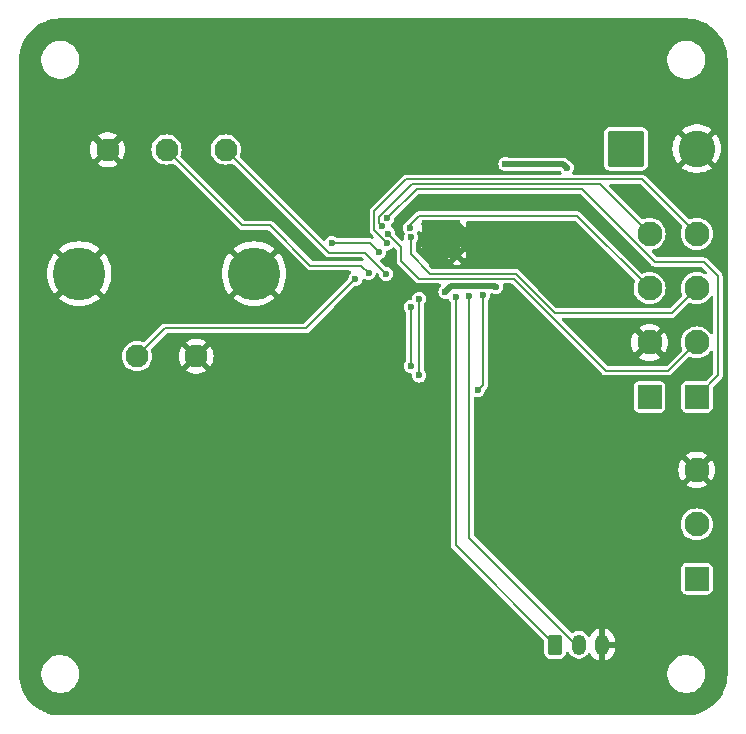
<source format=gbl>
G04 #@! TF.GenerationSoftware,KiCad,Pcbnew,8.0.6*
G04 #@! TF.CreationDate,2025-04-03T21:30:13+02:00*
G04 #@! TF.ProjectId,UV-Controller,55562d43-6f6e-4747-926f-6c6c65722e6b,v2.0*
G04 #@! TF.SameCoordinates,Original*
G04 #@! TF.FileFunction,Copper,L2,Bot*
G04 #@! TF.FilePolarity,Positive*
%FSLAX46Y46*%
G04 Gerber Fmt 4.6, Leading zero omitted, Abs format (unit mm)*
G04 Created by KiCad (PCBNEW 8.0.6) date 2025-04-03 21:30:13*
%MOMM*%
%LPD*%
G01*
G04 APERTURE LIST*
G04 Aperture macros list*
%AMRoundRect*
0 Rectangle with rounded corners*
0 $1 Rounding radius*
0 $2 $3 $4 $5 $6 $7 $8 $9 X,Y pos of 4 corners*
0 Add a 4 corners polygon primitive as box body*
4,1,4,$2,$3,$4,$5,$6,$7,$8,$9,$2,$3,0*
0 Add four circle primitives for the rounded corners*
1,1,$1+$1,$2,$3*
1,1,$1+$1,$4,$5*
1,1,$1+$1,$6,$7*
1,1,$1+$1,$8,$9*
0 Add four rect primitives between the rounded corners*
20,1,$1+$1,$2,$3,$4,$5,0*
20,1,$1+$1,$4,$5,$6,$7,0*
20,1,$1+$1,$6,$7,$8,$9,0*
20,1,$1+$1,$8,$9,$2,$3,0*%
G04 Aperture macros list end*
G04 #@! TA.AperFunction,ComponentPad*
%ADD10RoundRect,0.249999X-1.300001X-1.300001X1.300001X-1.300001X1.300001X1.300001X-1.300001X1.300001X0*%
G04 #@! TD*
G04 #@! TA.AperFunction,ComponentPad*
%ADD11C,3.100000*%
G04 #@! TD*
G04 #@! TA.AperFunction,ComponentPad*
%ADD12RoundRect,0.250001X0.799999X-0.799999X0.799999X0.799999X-0.799999X0.799999X-0.799999X-0.799999X0*%
G04 #@! TD*
G04 #@! TA.AperFunction,ComponentPad*
%ADD13C,2.100000*%
G04 #@! TD*
G04 #@! TA.AperFunction,ComponentPad*
%ADD14C,1.950000*%
G04 #@! TD*
G04 #@! TA.AperFunction,ComponentPad*
%ADD15C,4.460000*%
G04 #@! TD*
G04 #@! TA.AperFunction,ComponentPad*
%ADD16RoundRect,0.250000X-0.350000X-0.625000X0.350000X-0.625000X0.350000X0.625000X-0.350000X0.625000X0*%
G04 #@! TD*
G04 #@! TA.AperFunction,ComponentPad*
%ADD17O,1.200000X1.750000*%
G04 #@! TD*
G04 #@! TA.AperFunction,HeatsinkPad*
%ADD18C,0.600000*%
G04 #@! TD*
G04 #@! TA.AperFunction,HeatsinkPad*
%ADD19R,3.200000X3.200000*%
G04 #@! TD*
G04 #@! TA.AperFunction,ViaPad*
%ADD20C,0.600000*%
G04 #@! TD*
G04 #@! TA.AperFunction,Conductor*
%ADD21C,0.200000*%
G04 #@! TD*
G04 #@! TA.AperFunction,Conductor*
%ADD22C,0.500000*%
G04 #@! TD*
G04 APERTURE END LIST*
D10*
X169000000Y-81000000D03*
D11*
X175000000Y-81000000D03*
D12*
X175000000Y-117400000D03*
D13*
X175000000Y-112800000D03*
X175000000Y-108200000D03*
D14*
X135112500Y-81075000D03*
X130112500Y-81075000D03*
X125112500Y-81075000D03*
X132612500Y-98575000D03*
X127612500Y-98575000D03*
D15*
X137512500Y-91575000D03*
X122712500Y-91575000D03*
D12*
X171000000Y-102000000D03*
D13*
X171000000Y-97400000D03*
X171000000Y-92800000D03*
X171000000Y-88200000D03*
D16*
X163000000Y-123000000D03*
D17*
X165000000Y-123000000D03*
X167000000Y-123000000D03*
D12*
X175000000Y-102000000D03*
D13*
X175000000Y-97400000D03*
X175000000Y-92800000D03*
X175000000Y-88200000D03*
D18*
X151975000Y-87325000D03*
X151975000Y-90025000D03*
D19*
X153325000Y-88675000D03*
D18*
X154675000Y-87325000D03*
X154675000Y-90025000D03*
D20*
X146500000Y-87100000D03*
X132500000Y-73500000D03*
X147500000Y-112500000D03*
X152500000Y-122500000D03*
X137500000Y-122500000D03*
X122500000Y-97500000D03*
X137500000Y-77500000D03*
X152500000Y-117500000D03*
X127500000Y-107500000D03*
X167500000Y-107500000D03*
X147500000Y-122500000D03*
X127500000Y-127500000D03*
X153000000Y-100700000D03*
X162500000Y-97500000D03*
X147500000Y-77500000D03*
X137500000Y-102500000D03*
X122500000Y-102500000D03*
X157500000Y-112500000D03*
X157500000Y-77500000D03*
X147500000Y-107500000D03*
X167500000Y-72500000D03*
X152500000Y-112500000D03*
X127500000Y-72500000D03*
X122500000Y-77500000D03*
X132500000Y-127500000D03*
X142500000Y-107500000D03*
X132500000Y-122500000D03*
X167500000Y-77500000D03*
X152500000Y-77500000D03*
X157500000Y-127500000D03*
X122500000Y-107500000D03*
X152500000Y-127500000D03*
X130500000Y-73500000D03*
X147200000Y-84400000D03*
X162500000Y-77500000D03*
X172500000Y-122500000D03*
X162500000Y-72500000D03*
X142500000Y-102500000D03*
X167500000Y-102500000D03*
X142500000Y-127500000D03*
X127500000Y-82500000D03*
X122500000Y-82500000D03*
X152500000Y-107500000D03*
X165800000Y-82400000D03*
X147500000Y-127500000D03*
X122500000Y-87500000D03*
X172500000Y-107500000D03*
X165500000Y-85900000D03*
X162400000Y-90500000D03*
X151100000Y-80600000D03*
X127500000Y-117500000D03*
X165000000Y-88600000D03*
X132500000Y-117500000D03*
X127500000Y-122500000D03*
X162500000Y-107500000D03*
X157500000Y-122500000D03*
X142500000Y-122500000D03*
X147500000Y-117500000D03*
X127500000Y-87500000D03*
X162500000Y-102500000D03*
X165700000Y-93200000D03*
X152400000Y-96700000D03*
X122500000Y-122500000D03*
X173400000Y-83800000D03*
X137500000Y-127500000D03*
X158300000Y-88300000D03*
X158421681Y-90426486D03*
X153725000Y-93100000D03*
X158000000Y-92700000D03*
X164000000Y-82600000D03*
X158800000Y-82300000D03*
X155750735Y-93499265D03*
X154582212Y-93517788D03*
X146100000Y-92000000D03*
X147213235Y-91500000D03*
X148100000Y-89761765D03*
X144100000Y-89000000D03*
X148700000Y-91600000D03*
X151500000Y-93700000D03*
X151500000Y-100200000D03*
X150800000Y-99400000D03*
X150800000Y-94400000D03*
X150712607Y-87691040D03*
X148356239Y-87565642D03*
X148800000Y-89000000D03*
X148867342Y-88181091D03*
X150800000Y-88500000D03*
X148800000Y-86900000D03*
X156500000Y-101400000D03*
X156900000Y-93400000D03*
D21*
X175600000Y-90600000D02*
X176800000Y-91800000D01*
X176800000Y-100200000D02*
X175000000Y-102000000D01*
X171490811Y-90600000D02*
X175600000Y-90600000D01*
X165290811Y-84400000D02*
X171490811Y-90600000D01*
X148800000Y-86900000D02*
X151300000Y-84400000D01*
X151300000Y-84400000D02*
X165290811Y-84400000D01*
X176800000Y-91800000D02*
X176800000Y-100200000D01*
X150712607Y-87487393D02*
X151500000Y-86700000D01*
X151500000Y-86700000D02*
X164900000Y-86700000D01*
X150712607Y-87691040D02*
X150712607Y-87487393D01*
X164900000Y-86700000D02*
X171000000Y-92800000D01*
D22*
X154175000Y-92650000D02*
X153725000Y-93100000D01*
X157950000Y-92650000D02*
X154175000Y-92650000D01*
X158800000Y-82300000D02*
X163700000Y-82300000D01*
X158000000Y-92700000D02*
X157950000Y-92650000D01*
X163700000Y-82300000D02*
X164000000Y-82600000D01*
D21*
X155750735Y-113950735D02*
X164800000Y-123000000D01*
X155750735Y-93499265D02*
X155750735Y-113950735D01*
X164800000Y-123000000D02*
X165000000Y-123000000D01*
X154582212Y-114582212D02*
X163000000Y-123000000D01*
X154582212Y-93517788D02*
X154582212Y-114582212D01*
X129987500Y-96200000D02*
X127612500Y-98575000D01*
X141900000Y-96200000D02*
X129987500Y-96200000D01*
X146100000Y-92000000D02*
X141900000Y-96200000D01*
X146613235Y-90900000D02*
X142290000Y-90900000D01*
X136537500Y-87500000D02*
X130112500Y-81075000D01*
X138890000Y-87500000D02*
X136537500Y-87500000D01*
X142290000Y-90900000D02*
X138890000Y-87500000D01*
X147213235Y-91500000D02*
X146613235Y-90900000D01*
X147338235Y-89000000D02*
X148100000Y-89761765D01*
X144100000Y-89000000D02*
X147338235Y-89000000D01*
X146900000Y-89800000D02*
X143837500Y-89800000D01*
X148700000Y-91600000D02*
X146900000Y-89800000D01*
X143837500Y-89800000D02*
X135112500Y-81075000D01*
X151500000Y-100200000D02*
X151500000Y-93700000D01*
X150800000Y-99400000D02*
X150800000Y-94400000D01*
X150851471Y-84000000D02*
X148100000Y-86751471D01*
X171000000Y-88200000D02*
X166800000Y-84000000D01*
X166800000Y-84000000D02*
X150851471Y-84000000D01*
X148100000Y-86751471D02*
X148100000Y-87309403D01*
X148100000Y-87309403D02*
X148356239Y-87565642D01*
X148800000Y-89000000D02*
X147700000Y-87900000D01*
X147700000Y-87900000D02*
X147700000Y-86300000D01*
X147700000Y-86300000D02*
X150400000Y-83600000D01*
X150400000Y-83600000D02*
X170400000Y-83600000D01*
X170400000Y-83600000D02*
X175000000Y-88200000D01*
X150000000Y-90500000D02*
X151500000Y-92000000D01*
X148867342Y-88400000D02*
X149048529Y-88400000D01*
X167300000Y-99800000D02*
X172600000Y-99800000D01*
X151500000Y-92000000D02*
X159500000Y-92000000D01*
X172600000Y-99800000D02*
X175000000Y-97400000D01*
X159500000Y-92000000D02*
X167300000Y-99800000D01*
X149048529Y-88400000D02*
X150000000Y-89351471D01*
X148867342Y-88181091D02*
X148867342Y-88400000D01*
X150000000Y-89351471D02*
X150000000Y-90500000D01*
X162965686Y-94900000D02*
X172900000Y-94900000D01*
X159665686Y-91600000D02*
X162965686Y-94900000D01*
X152450000Y-91600000D02*
X159665686Y-91600000D01*
X150800000Y-88500000D02*
X150800000Y-89950000D01*
X150800000Y-89950000D02*
X152450000Y-91600000D01*
X172900000Y-94900000D02*
X175000000Y-92800000D01*
X156900000Y-93400000D02*
X156900000Y-101000000D01*
X156900000Y-101000000D02*
X156500000Y-101400000D01*
G04 #@! TA.AperFunction,Conductor*
G36*
X176335963Y-93506346D02*
G01*
X176385540Y-93565430D01*
X176399500Y-93628400D01*
X176399500Y-96571600D01*
X176379538Y-96646100D01*
X176325000Y-96700638D01*
X176250500Y-96720600D01*
X176176000Y-96700638D01*
X176128446Y-96657063D01*
X176088840Y-96600500D01*
X176038495Y-96528599D01*
X175871401Y-96361505D01*
X175677830Y-96225965D01*
X175463663Y-96126097D01*
X175463661Y-96126096D01*
X175235409Y-96064937D01*
X175000000Y-96044341D01*
X174764590Y-96064937D01*
X174536340Y-96126096D01*
X174536339Y-96126096D01*
X174536337Y-96126097D01*
X174322171Y-96225965D01*
X174322168Y-96225966D01*
X174322168Y-96225967D01*
X174128596Y-96361507D01*
X173961507Y-96528596D01*
X173841043Y-96700638D01*
X173825965Y-96722171D01*
X173766357Y-96850000D01*
X173726096Y-96936340D01*
X173664937Y-97164590D01*
X173644341Y-97400000D01*
X173662914Y-97612292D01*
X173664937Y-97635408D01*
X173726097Y-97863663D01*
X173729320Y-97870574D01*
X173759552Y-97935408D01*
X173772944Y-98011365D01*
X173746564Y-98083841D01*
X173729870Y-98103736D01*
X172477748Y-99355859D01*
X172410953Y-99394423D01*
X172372389Y-99399500D01*
X167527610Y-99399500D01*
X167453110Y-99379538D01*
X167422251Y-99355859D01*
X165466393Y-97400000D01*
X169445207Y-97400000D01*
X169464349Y-97643226D01*
X169464350Y-97643230D01*
X169521305Y-97880459D01*
X169614667Y-98105858D01*
X169614670Y-98105863D01*
X169738503Y-98307941D01*
X170476211Y-97570232D01*
X170487482Y-97612292D01*
X170559890Y-97737708D01*
X170662292Y-97840110D01*
X170787708Y-97912518D01*
X170829765Y-97923787D01*
X170092058Y-98661494D01*
X170294142Y-98785332D01*
X170294141Y-98785332D01*
X170519540Y-98878694D01*
X170756769Y-98935649D01*
X170756773Y-98935650D01*
X171000000Y-98954792D01*
X171243226Y-98935650D01*
X171243230Y-98935649D01*
X171480459Y-98878694D01*
X171705858Y-98785332D01*
X171907941Y-98661495D01*
X171170234Y-97923787D01*
X171212292Y-97912518D01*
X171337708Y-97840110D01*
X171440110Y-97737708D01*
X171512518Y-97612292D01*
X171523787Y-97570233D01*
X172261495Y-98307941D01*
X172385332Y-98105858D01*
X172478694Y-97880459D01*
X172535649Y-97643230D01*
X172535650Y-97643226D01*
X172554792Y-97400000D01*
X172535650Y-97156773D01*
X172535649Y-97156769D01*
X172478694Y-96919540D01*
X172385332Y-96694141D01*
X172261494Y-96492058D01*
X171523787Y-97229764D01*
X171512518Y-97187708D01*
X171440110Y-97062292D01*
X171337708Y-96959890D01*
X171212292Y-96887482D01*
X171170232Y-96876211D01*
X171907941Y-96138503D01*
X171705863Y-96014670D01*
X171705858Y-96014667D01*
X171480459Y-95921305D01*
X171243230Y-95864350D01*
X171243226Y-95864349D01*
X171000000Y-95845207D01*
X170756773Y-95864349D01*
X170756769Y-95864350D01*
X170519540Y-95921305D01*
X170294141Y-96014667D01*
X170294136Y-96014670D01*
X170092057Y-96138503D01*
X170829766Y-96876212D01*
X170787708Y-96887482D01*
X170662292Y-96959890D01*
X170559890Y-97062292D01*
X170487482Y-97187708D01*
X170476212Y-97229766D01*
X169738503Y-96492057D01*
X169614670Y-96694136D01*
X169614667Y-96694141D01*
X169521305Y-96919540D01*
X169464350Y-97156769D01*
X169464349Y-97156773D01*
X169445207Y-97400000D01*
X165466393Y-97400000D01*
X163621252Y-95554859D01*
X163582688Y-95488064D01*
X163582688Y-95410936D01*
X163621252Y-95344141D01*
X163688047Y-95305577D01*
X163726611Y-95300500D01*
X172952725Y-95300500D01*
X172952727Y-95300500D01*
X173054588Y-95273207D01*
X173145913Y-95220480D01*
X174296265Y-94070126D01*
X174363058Y-94031564D01*
X174440186Y-94031564D01*
X174464593Y-94040448D01*
X174536332Y-94073901D01*
X174536333Y-94073901D01*
X174536337Y-94073903D01*
X174764592Y-94135063D01*
X175000000Y-94155659D01*
X175235408Y-94135063D01*
X175463663Y-94073903D01*
X175677830Y-93974035D01*
X175871401Y-93838495D01*
X176038495Y-93671401D01*
X176128447Y-93542935D01*
X176187530Y-93493360D01*
X176263486Y-93479967D01*
X176335963Y-93506346D01*
G37*
G04 #@! TD.AperFunction*
G04 #@! TA.AperFunction,Conductor*
G36*
X165137700Y-84820462D02*
G01*
X165168559Y-84844141D01*
X171244898Y-90920480D01*
X171244900Y-90920481D01*
X171244904Y-90920484D01*
X171336219Y-90973205D01*
X171336220Y-90973205D01*
X171336223Y-90973207D01*
X171438084Y-91000500D01*
X171543538Y-91000500D01*
X175372389Y-91000500D01*
X175446889Y-91020462D01*
X175477748Y-91044141D01*
X175795595Y-91361988D01*
X175834159Y-91428783D01*
X175834159Y-91505911D01*
X175795595Y-91572706D01*
X175728800Y-91611270D01*
X175651672Y-91611270D01*
X175627270Y-91602388D01*
X175463663Y-91526097D01*
X175463661Y-91526096D01*
X175235409Y-91464937D01*
X175000000Y-91444341D01*
X174764590Y-91464937D01*
X174536340Y-91526096D01*
X174536339Y-91526096D01*
X174536337Y-91526097D01*
X174322171Y-91625965D01*
X174322168Y-91625966D01*
X174322168Y-91625967D01*
X174128596Y-91761507D01*
X173961507Y-91928596D01*
X173891707Y-92028282D01*
X173825965Y-92122171D01*
X173733491Y-92320481D01*
X173726096Y-92336340D01*
X173664937Y-92564590D01*
X173644341Y-92800000D01*
X173664937Y-93035409D01*
X173726096Y-93263661D01*
X173726099Y-93263668D01*
X173759551Y-93335407D01*
X173772944Y-93411363D01*
X173746564Y-93483840D01*
X173729870Y-93503735D01*
X172777748Y-94455859D01*
X172710953Y-94494423D01*
X172672389Y-94499500D01*
X163193296Y-94499500D01*
X163118796Y-94479538D01*
X163087937Y-94455859D01*
X161575316Y-92943238D01*
X159911599Y-91279520D01*
X159911596Y-91279518D01*
X159911592Y-91279515D01*
X159820277Y-91226794D01*
X159820274Y-91226793D01*
X159792981Y-91219480D01*
X159718415Y-91199500D01*
X159718413Y-91199500D01*
X152677611Y-91199500D01*
X152603111Y-91179538D01*
X152572252Y-91155859D01*
X152359645Y-90943252D01*
X152321081Y-90876457D01*
X152321081Y-90799329D01*
X152334163Y-90776668D01*
X152338107Y-90741661D01*
X154311891Y-90741661D01*
X154325697Y-90750336D01*
X154495858Y-90809877D01*
X154674999Y-90830062D01*
X154675001Y-90830062D01*
X154854140Y-90809877D01*
X155024303Y-90750335D01*
X155024306Y-90750333D01*
X155038107Y-90741661D01*
X155038107Y-90741660D01*
X154675000Y-90378553D01*
X154311891Y-90741661D01*
X152338107Y-90741661D01*
X152338107Y-90741660D01*
X151591610Y-89995163D01*
X151825000Y-89995163D01*
X151825000Y-90054837D01*
X151847836Y-90109968D01*
X151890032Y-90152164D01*
X151945163Y-90175000D01*
X152004837Y-90175000D01*
X152059968Y-90152164D01*
X152102164Y-90109968D01*
X152125000Y-90054837D01*
X152125000Y-90024999D01*
X152328553Y-90024999D01*
X152691660Y-90388107D01*
X152691661Y-90388107D01*
X152700333Y-90374306D01*
X152700335Y-90374303D01*
X152759877Y-90204140D01*
X152780062Y-90025000D01*
X152780062Y-90024999D01*
X153869938Y-90024999D01*
X153869938Y-90025000D01*
X153890122Y-90204140D01*
X153890122Y-90204141D01*
X153949664Y-90374304D01*
X153958337Y-90388106D01*
X154321445Y-90024999D01*
X154291609Y-89995163D01*
X154525000Y-89995163D01*
X154525000Y-90054837D01*
X154547836Y-90109968D01*
X154590032Y-90152164D01*
X154645163Y-90175000D01*
X154704837Y-90175000D01*
X154759968Y-90152164D01*
X154802164Y-90109968D01*
X154825000Y-90054837D01*
X154825000Y-90024999D01*
X155028553Y-90024999D01*
X155391660Y-90388107D01*
X155391661Y-90388107D01*
X155400333Y-90374306D01*
X155400335Y-90374303D01*
X155459877Y-90204140D01*
X155480062Y-90025000D01*
X155480062Y-90024999D01*
X155459877Y-89845859D01*
X155459877Y-89845858D01*
X155400336Y-89675697D01*
X155391660Y-89661891D01*
X155028553Y-90024999D01*
X154825000Y-90024999D01*
X154825000Y-89995163D01*
X154802164Y-89940032D01*
X154759968Y-89897836D01*
X154704837Y-89875000D01*
X154645163Y-89875000D01*
X154590032Y-89897836D01*
X154547836Y-89940032D01*
X154525000Y-89995163D01*
X154291609Y-89995163D01*
X153958338Y-89661892D01*
X153958337Y-89661892D01*
X153949666Y-89675692D01*
X153949664Y-89675696D01*
X153890122Y-89845859D01*
X153869938Y-90024999D01*
X152780062Y-90024999D01*
X152759877Y-89845859D01*
X152759877Y-89845858D01*
X152700336Y-89675697D01*
X152691660Y-89661891D01*
X152328553Y-90024999D01*
X152125000Y-90024999D01*
X152125000Y-89995163D01*
X152102164Y-89940032D01*
X152059968Y-89897836D01*
X152004837Y-89875000D01*
X151945163Y-89875000D01*
X151890032Y-89897836D01*
X151847836Y-89940032D01*
X151825000Y-89995163D01*
X151591610Y-89995163D01*
X151244141Y-89647694D01*
X151205577Y-89580899D01*
X151200500Y-89542335D01*
X151200500Y-89308337D01*
X151611892Y-89308337D01*
X151611892Y-89308338D01*
X151974999Y-89671445D01*
X152338106Y-89308337D01*
X152338107Y-89308337D01*
X154311892Y-89308337D01*
X154311892Y-89308338D01*
X154674999Y-89671445D01*
X155038106Y-89308337D01*
X155038107Y-89308337D01*
X155024303Y-89299664D01*
X155024305Y-89299664D01*
X154854140Y-89240122D01*
X154675001Y-89219938D01*
X154674999Y-89219938D01*
X154495859Y-89240122D01*
X154325696Y-89299664D01*
X154325692Y-89299666D01*
X154311892Y-89308337D01*
X152338107Y-89308337D01*
X152324303Y-89299664D01*
X152324305Y-89299664D01*
X152154140Y-89240122D01*
X151975001Y-89219938D01*
X151974999Y-89219938D01*
X151795859Y-89240122D01*
X151625696Y-89299664D01*
X151625692Y-89299666D01*
X151611892Y-89308337D01*
X151200500Y-89308337D01*
X151200500Y-89015066D01*
X151220462Y-88940566D01*
X151231280Y-88924374D01*
X151324536Y-88802841D01*
X151385044Y-88656762D01*
X151388990Y-88626793D01*
X151405682Y-88500002D01*
X151405682Y-88499997D01*
X151385045Y-88343242D01*
X151385044Y-88343240D01*
X151385044Y-88343238D01*
X151324536Y-88197159D01*
X151324534Y-88197156D01*
X151320458Y-88190096D01*
X151300493Y-88115597D01*
X151320453Y-88041096D01*
X151374989Y-87986557D01*
X151449488Y-87966592D01*
X151523989Y-87986552D01*
X151528766Y-87989430D01*
X151625697Y-88050335D01*
X151795859Y-88109877D01*
X151974999Y-88130062D01*
X151975001Y-88130062D01*
X152154140Y-88109877D01*
X152324303Y-88050335D01*
X152324306Y-88050333D01*
X152338107Y-88041661D01*
X154311891Y-88041661D01*
X154325697Y-88050336D01*
X154495858Y-88109877D01*
X154674999Y-88130062D01*
X154675001Y-88130062D01*
X154854140Y-88109877D01*
X155024303Y-88050335D01*
X155024306Y-88050333D01*
X155038107Y-88041661D01*
X155038107Y-88041660D01*
X154675000Y-87678553D01*
X154311891Y-88041661D01*
X152338107Y-88041661D01*
X151726805Y-87430359D01*
X151688241Y-87363564D01*
X151688241Y-87295163D01*
X151825000Y-87295163D01*
X151825000Y-87354837D01*
X151847836Y-87409968D01*
X151890032Y-87452164D01*
X151945163Y-87475000D01*
X152004837Y-87475000D01*
X152059968Y-87452164D01*
X152102164Y-87409968D01*
X152125000Y-87354837D01*
X152125000Y-87295163D01*
X152102164Y-87240032D01*
X152059968Y-87197836D01*
X152004837Y-87175000D01*
X151945163Y-87175000D01*
X151890032Y-87197836D01*
X151847836Y-87240032D01*
X151825000Y-87295163D01*
X151688241Y-87295163D01*
X151688241Y-87286436D01*
X151726805Y-87219641D01*
X151726806Y-87219640D01*
X151802307Y-87144140D01*
X151869102Y-87105577D01*
X151907665Y-87100500D01*
X152042335Y-87100500D01*
X152116835Y-87120462D01*
X152147694Y-87144141D01*
X152691660Y-87688107D01*
X152691661Y-87688107D01*
X152700333Y-87674306D01*
X152700335Y-87674303D01*
X152759877Y-87504140D01*
X152780062Y-87325000D01*
X152780062Y-87324998D01*
X152773435Y-87266183D01*
X152784930Y-87189916D01*
X152833019Y-87129615D01*
X152904815Y-87101437D01*
X152921498Y-87100500D01*
X153728502Y-87100500D01*
X153803002Y-87120462D01*
X153857540Y-87175000D01*
X153877502Y-87249500D01*
X153876565Y-87266183D01*
X153869938Y-87324998D01*
X153869938Y-87325000D01*
X153890122Y-87504140D01*
X153890122Y-87504141D01*
X153949664Y-87674304D01*
X153958337Y-87688106D01*
X154351283Y-87295163D01*
X154525000Y-87295163D01*
X154525000Y-87354837D01*
X154547836Y-87409968D01*
X154590032Y-87452164D01*
X154645163Y-87475000D01*
X154704837Y-87475000D01*
X154759968Y-87452164D01*
X154802164Y-87409968D01*
X154825000Y-87354837D01*
X154825000Y-87295163D01*
X154802164Y-87240032D01*
X154759968Y-87197836D01*
X154704837Y-87175000D01*
X154645163Y-87175000D01*
X154590032Y-87197836D01*
X154547836Y-87240032D01*
X154525000Y-87295163D01*
X154351283Y-87295163D01*
X154502306Y-87144141D01*
X154569101Y-87105577D01*
X154607665Y-87100500D01*
X154742335Y-87100500D01*
X154816835Y-87120462D01*
X154847694Y-87144141D01*
X155391660Y-87688107D01*
X155391661Y-87688107D01*
X155400333Y-87674306D01*
X155400335Y-87674303D01*
X155459877Y-87504140D01*
X155480062Y-87325000D01*
X155480062Y-87324998D01*
X155473435Y-87266183D01*
X155484930Y-87189916D01*
X155533019Y-87129615D01*
X155604815Y-87101437D01*
X155621498Y-87100500D01*
X164672389Y-87100500D01*
X164746889Y-87120462D01*
X164777747Y-87144140D01*
X167264245Y-89630638D01*
X169729871Y-92096263D01*
X169768435Y-92163058D01*
X169768435Y-92240186D01*
X169759552Y-92264591D01*
X169726098Y-92336333D01*
X169664937Y-92564590D01*
X169644341Y-92800000D01*
X169664937Y-93035409D01*
X169724247Y-93256762D01*
X169726097Y-93263663D01*
X169825965Y-93477830D01*
X169961505Y-93671401D01*
X170128599Y-93838495D01*
X170322170Y-93974035D01*
X170536337Y-94073903D01*
X170764592Y-94135063D01*
X171000000Y-94155659D01*
X171235408Y-94135063D01*
X171463663Y-94073903D01*
X171677830Y-93974035D01*
X171871401Y-93838495D01*
X172038495Y-93671401D01*
X172174035Y-93477830D01*
X172273903Y-93263663D01*
X172335063Y-93035408D01*
X172355659Y-92800000D01*
X172335063Y-92564592D01*
X172273903Y-92336337D01*
X172174035Y-92122171D01*
X172038495Y-91928599D01*
X171871401Y-91761505D01*
X171677830Y-91625965D01*
X171463663Y-91526097D01*
X171463661Y-91526096D01*
X171235409Y-91464937D01*
X171000000Y-91444341D01*
X170764590Y-91464937D01*
X170536333Y-91526098D01*
X170464591Y-91559552D01*
X170388635Y-91572945D01*
X170316158Y-91546565D01*
X170296263Y-91529871D01*
X167766392Y-89000000D01*
X165145913Y-86379520D01*
X165145910Y-86379518D01*
X165145906Y-86379515D01*
X165054591Y-86326794D01*
X165054588Y-86326793D01*
X165027295Y-86319480D01*
X164952729Y-86299500D01*
X164952727Y-86299500D01*
X151552727Y-86299500D01*
X151447273Y-86299500D01*
X151447270Y-86299500D01*
X151345408Y-86326794D01*
X151254093Y-86379515D01*
X151254089Y-86379518D01*
X150528603Y-87105003D01*
X150480266Y-87137301D01*
X150409766Y-87166503D01*
X150409761Y-87166506D01*
X150284326Y-87262756D01*
X150284324Y-87262758D01*
X150188070Y-87388199D01*
X150127561Y-87534282D01*
X150106925Y-87691037D01*
X150106925Y-87691042D01*
X150127561Y-87847797D01*
X150188070Y-87993880D01*
X150211438Y-88024333D01*
X150234655Y-88054591D01*
X150247140Y-88070861D01*
X150276655Y-88142118D01*
X150266588Y-88218585D01*
X150214954Y-88343240D01*
X150194318Y-88499997D01*
X150194318Y-88500004D01*
X150209706Y-88616895D01*
X150199639Y-88693363D01*
X150152685Y-88754552D01*
X150081428Y-88784067D01*
X150004960Y-88774000D01*
X149956625Y-88741703D01*
X149516022Y-88301100D01*
X149477458Y-88234305D01*
X149474611Y-88190858D01*
X149473024Y-88190858D01*
X149473024Y-88181089D01*
X149452387Y-88024333D01*
X149452386Y-88024331D01*
X149452386Y-88024329D01*
X149391878Y-87878250D01*
X149295624Y-87752809D01*
X149274159Y-87736338D01*
X149170181Y-87656553D01*
X149170177Y-87656551D01*
X149168503Y-87655858D01*
X149167065Y-87654755D01*
X149161724Y-87651671D01*
X149162130Y-87650967D01*
X149107315Y-87608903D01*
X149077803Y-87537645D01*
X149087874Y-87461177D01*
X149134821Y-87399996D01*
X149228282Y-87328282D01*
X149324536Y-87202841D01*
X149385044Y-87056762D01*
X149389099Y-87025966D01*
X149405037Y-86904899D01*
X149434552Y-86833642D01*
X149447395Y-86818996D01*
X151422252Y-84844141D01*
X151489047Y-84805577D01*
X151527611Y-84800500D01*
X165063200Y-84800500D01*
X165137700Y-84820462D01*
G37*
G04 #@! TD.AperFunction*
G04 #@! TA.AperFunction,Conductor*
G36*
X174116143Y-69975678D02*
G01*
X174448210Y-69991992D01*
X174462756Y-69993425D01*
X174787972Y-70041667D01*
X174802313Y-70044519D01*
X175121267Y-70124412D01*
X175135231Y-70128648D01*
X175444812Y-70239419D01*
X175458320Y-70245014D01*
X175755540Y-70385589D01*
X175768419Y-70392473D01*
X176050451Y-70561515D01*
X176062590Y-70569627D01*
X176282413Y-70732659D01*
X176326678Y-70765488D01*
X176337978Y-70774761D01*
X176581606Y-70995573D01*
X176591926Y-71005893D01*
X176812735Y-71249518D01*
X176822011Y-71260821D01*
X177017866Y-71524900D01*
X177025986Y-71537053D01*
X177195022Y-71819072D01*
X177201914Y-71831967D01*
X177342484Y-72129178D01*
X177348080Y-72142687D01*
X177458846Y-72452254D01*
X177463091Y-72466247D01*
X177542980Y-72785186D01*
X177545832Y-72799527D01*
X177594073Y-73124740D01*
X177595507Y-73139292D01*
X177611821Y-73471356D01*
X177612000Y-73478667D01*
X177612000Y-125471332D01*
X177611821Y-125478643D01*
X177595507Y-125810707D01*
X177594073Y-125825259D01*
X177545832Y-126150472D01*
X177542980Y-126164813D01*
X177463091Y-126483752D01*
X177458846Y-126497745D01*
X177348080Y-126807312D01*
X177342484Y-126820821D01*
X177201914Y-127118032D01*
X177195022Y-127130927D01*
X177025990Y-127412941D01*
X177017866Y-127425099D01*
X176822011Y-127689178D01*
X176812735Y-127700481D01*
X176591936Y-127944096D01*
X176581596Y-127954436D01*
X176337981Y-128175235D01*
X176326678Y-128184511D01*
X176062599Y-128380366D01*
X176050441Y-128388490D01*
X175768427Y-128557522D01*
X175755532Y-128564414D01*
X175458321Y-128704984D01*
X175444812Y-128710580D01*
X175135245Y-128821346D01*
X175121252Y-128825591D01*
X174802313Y-128905480D01*
X174787972Y-128908332D01*
X174462759Y-128956573D01*
X174448207Y-128958007D01*
X174116144Y-128974321D01*
X174108833Y-128974500D01*
X121116167Y-128974500D01*
X121108856Y-128974321D01*
X120776792Y-128958007D01*
X120762240Y-128956573D01*
X120437027Y-128908332D01*
X120422686Y-128905480D01*
X120103747Y-128825591D01*
X120089754Y-128821346D01*
X119780187Y-128710580D01*
X119766678Y-128704984D01*
X119469467Y-128564414D01*
X119456572Y-128557522D01*
X119391286Y-128518391D01*
X119174553Y-128388486D01*
X119162405Y-128380369D01*
X118898319Y-128184510D01*
X118887018Y-128175235D01*
X118643393Y-127954426D01*
X118633073Y-127944106D01*
X118412261Y-127700478D01*
X118402988Y-127689178D01*
X118303534Y-127555080D01*
X118207127Y-127425090D01*
X118199015Y-127412951D01*
X118029973Y-127130919D01*
X118023085Y-127118032D01*
X117984329Y-127036090D01*
X117882514Y-126820820D01*
X117876919Y-126807312D01*
X117766148Y-126497731D01*
X117761912Y-126483767D01*
X117682019Y-126164813D01*
X117679167Y-126150472D01*
X117630926Y-125825259D01*
X117629492Y-125810707D01*
X117613179Y-125478643D01*
X117613000Y-125471332D01*
X117613000Y-125349038D01*
X119512000Y-125349038D01*
X119512000Y-125600962D01*
X119551410Y-125849785D01*
X119629259Y-126089379D01*
X119743630Y-126313845D01*
X119891707Y-126517656D01*
X120069844Y-126695793D01*
X120273655Y-126843870D01*
X120498121Y-126958241D01*
X120737715Y-127036090D01*
X120986538Y-127075500D01*
X120986543Y-127075500D01*
X121238457Y-127075500D01*
X121238462Y-127075500D01*
X121487285Y-127036090D01*
X121726879Y-126958241D01*
X121951345Y-126843870D01*
X122155156Y-126695793D01*
X122333293Y-126517656D01*
X122481370Y-126313845D01*
X122595741Y-126089379D01*
X122673590Y-125849785D01*
X122713000Y-125600962D01*
X122713000Y-125349038D01*
X172512000Y-125349038D01*
X172512000Y-125600962D01*
X172551410Y-125849785D01*
X172629259Y-126089379D01*
X172743630Y-126313845D01*
X172891707Y-126517656D01*
X173069844Y-126695793D01*
X173273655Y-126843870D01*
X173498121Y-126958241D01*
X173737715Y-127036090D01*
X173986538Y-127075500D01*
X173986543Y-127075500D01*
X174238457Y-127075500D01*
X174238462Y-127075500D01*
X174487285Y-127036090D01*
X174726879Y-126958241D01*
X174951345Y-126843870D01*
X175155156Y-126695793D01*
X175333293Y-126517656D01*
X175481370Y-126313845D01*
X175595741Y-126089379D01*
X175673590Y-125849785D01*
X175713000Y-125600962D01*
X175713000Y-125349038D01*
X175673590Y-125100215D01*
X175595741Y-124860621D01*
X175481370Y-124636155D01*
X175333293Y-124432344D01*
X175155156Y-124254207D01*
X174951345Y-124106130D01*
X174726879Y-123991759D01*
X174487285Y-123913910D01*
X174238462Y-123874500D01*
X173986538Y-123874500D01*
X173779185Y-123907341D01*
X173737714Y-123913910D01*
X173551349Y-123974464D01*
X173498121Y-123991759D01*
X173498115Y-123991761D01*
X173498115Y-123991762D01*
X173273653Y-124106131D01*
X173273652Y-124106131D01*
X173069845Y-124254206D01*
X173069842Y-124254208D01*
X172891708Y-124432342D01*
X172891706Y-124432345D01*
X172743631Y-124636152D01*
X172743631Y-124636153D01*
X172743630Y-124636155D01*
X172629259Y-124860621D01*
X172551410Y-125100215D01*
X172512000Y-125349038D01*
X122713000Y-125349038D01*
X122673590Y-125100215D01*
X122595741Y-124860621D01*
X122481370Y-124636155D01*
X122333293Y-124432344D01*
X122155156Y-124254207D01*
X121951345Y-124106130D01*
X121726879Y-123991759D01*
X121487285Y-123913910D01*
X121238462Y-123874500D01*
X120986538Y-123874500D01*
X120779185Y-123907341D01*
X120737714Y-123913910D01*
X120551349Y-123974464D01*
X120498121Y-123991759D01*
X120498115Y-123991761D01*
X120498115Y-123991762D01*
X120273653Y-124106131D01*
X120273652Y-124106131D01*
X120069845Y-124254206D01*
X120069842Y-124254208D01*
X119891708Y-124432342D01*
X119891706Y-124432345D01*
X119743631Y-124636152D01*
X119743631Y-124636153D01*
X119743630Y-124636155D01*
X119629259Y-124860621D01*
X119551410Y-125100215D01*
X119512000Y-125349038D01*
X117613000Y-125349038D01*
X117613000Y-98574999D01*
X126332128Y-98574999D01*
X126332128Y-98575000D01*
X126351580Y-98797334D01*
X126409343Y-99012911D01*
X126409344Y-99012913D01*
X126503662Y-99215180D01*
X126503669Y-99215193D01*
X126631676Y-99398005D01*
X126789494Y-99555823D01*
X126972306Y-99683830D01*
X126972309Y-99683832D01*
X126972314Y-99683835D01*
X127174587Y-99778156D01*
X127390166Y-99835920D01*
X127591181Y-99853506D01*
X127612499Y-99855372D01*
X127612500Y-99855372D01*
X127612501Y-99855372D01*
X127630387Y-99853806D01*
X127834834Y-99835920D01*
X128050413Y-99778156D01*
X128252686Y-99683835D01*
X128435507Y-99555822D01*
X128593322Y-99398007D01*
X128721335Y-99215186D01*
X128815656Y-99012913D01*
X128873420Y-98797334D01*
X128892872Y-98575000D01*
X128892872Y-98574998D01*
X131132445Y-98574998D01*
X131132445Y-98575001D01*
X131152631Y-98818610D01*
X131212638Y-99055575D01*
X131310827Y-99279422D01*
X131310829Y-99279425D01*
X131407125Y-99426818D01*
X132011457Y-98822486D01*
X132036478Y-98882890D01*
X132107612Y-98989351D01*
X132198149Y-99079888D01*
X132304610Y-99151022D01*
X132365011Y-99176041D01*
X131760258Y-99780794D01*
X131760258Y-99780795D01*
X131802982Y-99814048D01*
X131802988Y-99814052D01*
X132017968Y-99930394D01*
X132249162Y-100009764D01*
X132490280Y-100049999D01*
X132490280Y-100050000D01*
X132734720Y-100050000D01*
X132734719Y-100049999D01*
X132975837Y-100009764D01*
X133207031Y-99930394D01*
X133422013Y-99814051D01*
X133422022Y-99814045D01*
X133464740Y-99780796D01*
X133464741Y-99780794D01*
X132859988Y-99176041D01*
X132920390Y-99151022D01*
X133026851Y-99079888D01*
X133117388Y-98989351D01*
X133188522Y-98882890D01*
X133213541Y-98822488D01*
X133817872Y-99426819D01*
X133817873Y-99426818D01*
X133914169Y-99279429D01*
X133914174Y-99279419D01*
X134012360Y-99055578D01*
X134072368Y-98818610D01*
X134092555Y-98575001D01*
X134092555Y-98574998D01*
X134072368Y-98331389D01*
X134012361Y-98094424D01*
X133914172Y-97870577D01*
X133914166Y-97870565D01*
X133817873Y-97723180D01*
X133213541Y-98327510D01*
X133188522Y-98267110D01*
X133117388Y-98160649D01*
X133026851Y-98070112D01*
X132920390Y-97998978D01*
X132859986Y-97973957D01*
X133464740Y-97369204D01*
X133464740Y-97369203D01*
X133422014Y-97335949D01*
X133207031Y-97219605D01*
X132975837Y-97140235D01*
X132734719Y-97100000D01*
X132490280Y-97100000D01*
X132249162Y-97140235D01*
X132017970Y-97219604D01*
X131802989Y-97335946D01*
X131802986Y-97335948D01*
X131760258Y-97369203D01*
X132365012Y-97973958D01*
X132304610Y-97998978D01*
X132198149Y-98070112D01*
X132107612Y-98160649D01*
X132036478Y-98267110D01*
X132011458Y-98327512D01*
X131407125Y-97723180D01*
X131310829Y-97870574D01*
X131310827Y-97870577D01*
X131212638Y-98094424D01*
X131152631Y-98331389D01*
X131132445Y-98574998D01*
X128892872Y-98574998D01*
X128892787Y-98574034D01*
X128880929Y-98438495D01*
X128873420Y-98352666D01*
X128815656Y-98137087D01*
X128796511Y-98096030D01*
X128783117Y-98020074D01*
X128809496Y-97947597D01*
X128826185Y-97927706D01*
X130109752Y-96644141D01*
X130176547Y-96605577D01*
X130215111Y-96600500D01*
X141952725Y-96600500D01*
X141952727Y-96600500D01*
X142054588Y-96573207D01*
X142145913Y-96520480D01*
X144266395Y-94399997D01*
X150194318Y-94399997D01*
X150194318Y-94400002D01*
X150214954Y-94556757D01*
X150275462Y-94702838D01*
X150275463Y-94702840D01*
X150275464Y-94702841D01*
X150368711Y-94824364D01*
X150398225Y-94895617D01*
X150399500Y-94915066D01*
X150399500Y-98884932D01*
X150379538Y-98959432D01*
X150368710Y-98975637D01*
X150275463Y-99097159D01*
X150214954Y-99243242D01*
X150194318Y-99399997D01*
X150194318Y-99400002D01*
X150214954Y-99556757D01*
X150275463Y-99702840D01*
X150360794Y-99814045D01*
X150371718Y-99828282D01*
X150497159Y-99924536D01*
X150643238Y-99985044D01*
X150643241Y-99985044D01*
X150643243Y-99985045D01*
X150643240Y-99985045D01*
X150770131Y-100001750D01*
X150841388Y-100031265D01*
X150888341Y-100092455D01*
X150898409Y-100168920D01*
X150894318Y-100200000D01*
X150894318Y-100200002D01*
X150914954Y-100356757D01*
X150975463Y-100502840D01*
X150975464Y-100502841D01*
X151071718Y-100628282D01*
X151197159Y-100724536D01*
X151343238Y-100785044D01*
X151343241Y-100785044D01*
X151343243Y-100785045D01*
X151343240Y-100785045D01*
X151499997Y-100805682D01*
X151500000Y-100805682D01*
X151500003Y-100805682D01*
X151656757Y-100785045D01*
X151656758Y-100785044D01*
X151656762Y-100785044D01*
X151802841Y-100724536D01*
X151928282Y-100628282D01*
X152024536Y-100502841D01*
X152085044Y-100356762D01*
X152085331Y-100354588D01*
X152105682Y-100200002D01*
X152105682Y-100199997D01*
X152085045Y-100043242D01*
X152085044Y-100043240D01*
X152085044Y-100043238D01*
X152024536Y-99897159D01*
X151971685Y-99828282D01*
X151931290Y-99775637D01*
X151901775Y-99704379D01*
X151900500Y-99684932D01*
X151900500Y-94215066D01*
X151920462Y-94140566D01*
X151931280Y-94124374D01*
X152024536Y-94002841D01*
X152085044Y-93856762D01*
X152087168Y-93840633D01*
X152105682Y-93700002D01*
X152105682Y-93699997D01*
X152085045Y-93543242D01*
X152085044Y-93543240D01*
X152085044Y-93543238D01*
X152024536Y-93397159D01*
X151928282Y-93271718D01*
X151917785Y-93263663D01*
X151802840Y-93175463D01*
X151722944Y-93142369D01*
X151656762Y-93114956D01*
X151656760Y-93114955D01*
X151656756Y-93114954D01*
X151656759Y-93114954D01*
X151500003Y-93094318D01*
X151499997Y-93094318D01*
X151343242Y-93114954D01*
X151197159Y-93175463D01*
X151071718Y-93271717D01*
X151071717Y-93271718D01*
X150975463Y-93397159D01*
X150914954Y-93543242D01*
X150898268Y-93669991D01*
X150868753Y-93741248D01*
X150807563Y-93788201D01*
X150769991Y-93798268D01*
X150643242Y-93814954D01*
X150497159Y-93875463D01*
X150371718Y-93971717D01*
X150371717Y-93971718D01*
X150275463Y-94097159D01*
X150214954Y-94243242D01*
X150194318Y-94399997D01*
X144266395Y-94399997D01*
X146018990Y-92647401D01*
X146085783Y-92608839D01*
X146104899Y-92605037D01*
X146256757Y-92585045D01*
X146256758Y-92585044D01*
X146256762Y-92585044D01*
X146402841Y-92524536D01*
X146528282Y-92428282D01*
X146624536Y-92302841D01*
X146685044Y-92156762D01*
X146688033Y-92134050D01*
X146717546Y-92062795D01*
X146778734Y-92015840D01*
X146855202Y-92005770D01*
X146901138Y-92021362D01*
X146901372Y-92020799D01*
X146909959Y-92024355D01*
X146910257Y-92024457D01*
X146910391Y-92024534D01*
X146910394Y-92024536D01*
X147056473Y-92085044D01*
X147056476Y-92085044D01*
X147056478Y-92085045D01*
X147056475Y-92085045D01*
X147213232Y-92105682D01*
X147213235Y-92105682D01*
X147213238Y-92105682D01*
X147369992Y-92085045D01*
X147369993Y-92085044D01*
X147369997Y-92085044D01*
X147516076Y-92024536D01*
X147641517Y-91928282D01*
X147737771Y-91802841D01*
X147798279Y-91656762D01*
X147802310Y-91626147D01*
X147831822Y-91554894D01*
X147893010Y-91507940D01*
X147969478Y-91497870D01*
X148040736Y-91527384D01*
X148087690Y-91588572D01*
X148097759Y-91626147D01*
X148114954Y-91756758D01*
X148175463Y-91902840D01*
X148268844Y-92024536D01*
X148271718Y-92028282D01*
X148397159Y-92124536D01*
X148543238Y-92185044D01*
X148543241Y-92185044D01*
X148543243Y-92185045D01*
X148543240Y-92185045D01*
X148699997Y-92205682D01*
X148700000Y-92205682D01*
X148700003Y-92205682D01*
X148856757Y-92185045D01*
X148856758Y-92185044D01*
X148856762Y-92185044D01*
X149002841Y-92124536D01*
X149128282Y-92028282D01*
X149224536Y-91902841D01*
X149285044Y-91756762D01*
X149286294Y-91747273D01*
X149305682Y-91600002D01*
X149305682Y-91599997D01*
X149285045Y-91443242D01*
X149285044Y-91443240D01*
X149285044Y-91443238D01*
X149224536Y-91297159D01*
X149128282Y-91171718D01*
X149002841Y-91075464D01*
X149002840Y-91075463D01*
X148856758Y-91014954D01*
X148704899Y-90994962D01*
X148633642Y-90965447D01*
X148618989Y-90952596D01*
X148242219Y-90575826D01*
X148203655Y-90509031D01*
X148203655Y-90431903D01*
X148242219Y-90365108D01*
X148290551Y-90332812D01*
X148402841Y-90286301D01*
X148528282Y-90190047D01*
X148624536Y-90064606D01*
X148685044Y-89918527D01*
X148690775Y-89875000D01*
X148705682Y-89761767D01*
X148705682Y-89751999D01*
X148708686Y-89751999D01*
X148716590Y-89691840D01*
X148763526Y-89630638D01*
X148834772Y-89601104D01*
X148901382Y-89592334D01*
X148956757Y-89585045D01*
X148956758Y-89585044D01*
X148956762Y-89585044D01*
X149102841Y-89524536D01*
X149228282Y-89428282D01*
X149247347Y-89403435D01*
X149308532Y-89356483D01*
X149385000Y-89346413D01*
X149456258Y-89375926D01*
X149470916Y-89388780D01*
X149555859Y-89473723D01*
X149594423Y-89540518D01*
X149599500Y-89579082D01*
X149599500Y-90552729D01*
X149626794Y-90654591D01*
X149679515Y-90745906D01*
X149679518Y-90745910D01*
X149679520Y-90745913D01*
X150431477Y-91497870D01*
X151179519Y-92245912D01*
X151254088Y-92320481D01*
X151281545Y-92336333D01*
X151345413Y-92373207D01*
X151447273Y-92400500D01*
X153211236Y-92400500D01*
X153285736Y-92420462D01*
X153340274Y-92475000D01*
X153360236Y-92549500D01*
X153340274Y-92624000D01*
X153301941Y-92667710D01*
X153296719Y-92671716D01*
X153296717Y-92671718D01*
X153200463Y-92797159D01*
X153139954Y-92943242D01*
X153119318Y-93099997D01*
X153119318Y-93100002D01*
X153139954Y-93256757D01*
X153139955Y-93256761D01*
X153139956Y-93256762D01*
X153142817Y-93263668D01*
X153200463Y-93402840D01*
X153262617Y-93483840D01*
X153296718Y-93528282D01*
X153422159Y-93624536D01*
X153568238Y-93685044D01*
X153568241Y-93685044D01*
X153568243Y-93685045D01*
X153568240Y-93685045D01*
X153724997Y-93705682D01*
X153725000Y-93705682D01*
X153725003Y-93705682D01*
X153881969Y-93685017D01*
X153958437Y-93695084D01*
X154019627Y-93742037D01*
X154039075Y-93775722D01*
X154057674Y-93820626D01*
X154057675Y-93820628D01*
X154057676Y-93820629D01*
X154150923Y-93942152D01*
X154180437Y-94013405D01*
X154181712Y-94032854D01*
X154181712Y-114634941D01*
X154209006Y-114736803D01*
X154261727Y-114828118D01*
X154261730Y-114828122D01*
X154261732Y-114828125D01*
X162055860Y-122622253D01*
X162094423Y-122689046D01*
X162099500Y-122727610D01*
X162099500Y-123668105D01*
X162110122Y-123756563D01*
X162165638Y-123897341D01*
X162237237Y-123991759D01*
X162257078Y-124017922D01*
X162377658Y-124109361D01*
X162518436Y-124164877D01*
X162606898Y-124175500D01*
X162606899Y-124175500D01*
X163393101Y-124175500D01*
X163393102Y-124175500D01*
X163481564Y-124164877D01*
X163622342Y-124109361D01*
X163742922Y-124017922D01*
X163834361Y-123897342D01*
X163889877Y-123756564D01*
X163897303Y-123694717D01*
X163926004Y-123623131D01*
X163986655Y-123575484D01*
X164063003Y-123564546D01*
X164134592Y-123593247D01*
X164182239Y-123653898D01*
X164182898Y-123655462D01*
X164201988Y-123701550D01*
X164300533Y-123849031D01*
X164300536Y-123849035D01*
X164425965Y-123974464D01*
X164425968Y-123974466D01*
X164573451Y-124073012D01*
X164573453Y-124073013D01*
X164737334Y-124140894D01*
X164911309Y-124175500D01*
X165088691Y-124175500D01*
X165262666Y-124140894D01*
X165426547Y-124073013D01*
X165574035Y-123974464D01*
X165699464Y-123849035D01*
X165761604Y-123756035D01*
X165819592Y-123705182D01*
X165895238Y-123690135D01*
X165968273Y-123714927D01*
X166018252Y-123771170D01*
X166059193Y-123851521D01*
X166059197Y-123851527D01*
X166160966Y-123991600D01*
X166160968Y-123991603D01*
X166283396Y-124114031D01*
X166283399Y-124114033D01*
X166423473Y-124215802D01*
X166577744Y-124294409D01*
X166742411Y-124347912D01*
X166750000Y-124349114D01*
X166750000Y-123280330D01*
X166769745Y-123300075D01*
X166855255Y-123349444D01*
X166950630Y-123375000D01*
X167049370Y-123375000D01*
X167144745Y-123349444D01*
X167230255Y-123300075D01*
X167250000Y-123280330D01*
X167250000Y-124349114D01*
X167257588Y-124347912D01*
X167422255Y-124294409D01*
X167576526Y-124215802D01*
X167576527Y-124215802D01*
X167716600Y-124114033D01*
X167716603Y-124114031D01*
X167839031Y-123991603D01*
X167839033Y-123991600D01*
X167940802Y-123851527D01*
X167940802Y-123851526D01*
X168019409Y-123697253D01*
X168072913Y-123532586D01*
X168100000Y-123361567D01*
X168100000Y-123250000D01*
X167280330Y-123250000D01*
X167300075Y-123230255D01*
X167349444Y-123144745D01*
X167375000Y-123049370D01*
X167375000Y-122950630D01*
X167349444Y-122855255D01*
X167300075Y-122769745D01*
X167280330Y-122750000D01*
X168100000Y-122750000D01*
X168100000Y-122638432D01*
X168072913Y-122467413D01*
X168019409Y-122302746D01*
X167940802Y-122148473D01*
X167940802Y-122148472D01*
X167839033Y-122008399D01*
X167839031Y-122008396D01*
X167716603Y-121885968D01*
X167716600Y-121885966D01*
X167576526Y-121784197D01*
X167422253Y-121705590D01*
X167257586Y-121652086D01*
X167250000Y-121650884D01*
X167250000Y-122719670D01*
X167230255Y-122699925D01*
X167144745Y-122650556D01*
X167049370Y-122625000D01*
X166950630Y-122625000D01*
X166855255Y-122650556D01*
X166769745Y-122699925D01*
X166750000Y-122719670D01*
X166750000Y-121650884D01*
X166749999Y-121650884D01*
X166742414Y-121652086D01*
X166742412Y-121652086D01*
X166577746Y-121705590D01*
X166423473Y-121784197D01*
X166423472Y-121784197D01*
X166283399Y-121885966D01*
X166283396Y-121885968D01*
X166160968Y-122008396D01*
X166160966Y-122008399D01*
X166059197Y-122148472D01*
X166059193Y-122148478D01*
X166018252Y-122228829D01*
X165966643Y-122286146D01*
X165893289Y-122309979D01*
X165817847Y-122293942D01*
X165761604Y-122243963D01*
X165699466Y-122150968D01*
X165699462Y-122150963D01*
X165574036Y-122025537D01*
X165574031Y-122025533D01*
X165426548Y-121926987D01*
X165426546Y-121926986D01*
X165262667Y-121859106D01*
X165262663Y-121859105D01*
X165088691Y-121824500D01*
X164911309Y-121824500D01*
X164737336Y-121859105D01*
X164737332Y-121859106D01*
X164573453Y-121926986D01*
X164573445Y-121926990D01*
X164507233Y-121971232D01*
X164434198Y-121996024D01*
X164358552Y-121980977D01*
X164319095Y-121952702D01*
X158923293Y-116556900D01*
X173649500Y-116556900D01*
X173649500Y-118243094D01*
X173649501Y-118243100D01*
X173660123Y-118331560D01*
X173660125Y-118331567D01*
X173715638Y-118472339D01*
X173715638Y-118472341D01*
X173715639Y-118472342D01*
X173807078Y-118592922D01*
X173927658Y-118684361D01*
X174068436Y-118739876D01*
X174156901Y-118750500D01*
X175843098Y-118750499D01*
X175931564Y-118739876D01*
X176072342Y-118684361D01*
X176192922Y-118592922D01*
X176284361Y-118472342D01*
X176339876Y-118331564D01*
X176350500Y-118243099D01*
X176350499Y-116556902D01*
X176339876Y-116468436D01*
X176284361Y-116327658D01*
X176192922Y-116207078D01*
X176192920Y-116207076D01*
X176134638Y-116162879D01*
X176072342Y-116115639D01*
X176072340Y-116115638D01*
X175931565Y-116060124D01*
X175931560Y-116060123D01*
X175859704Y-116051494D01*
X175843099Y-116049500D01*
X175843098Y-116049500D01*
X174156905Y-116049500D01*
X174156899Y-116049501D01*
X174068439Y-116060123D01*
X174068432Y-116060125D01*
X173927660Y-116115638D01*
X173927658Y-116115638D01*
X173807079Y-116207076D01*
X173807076Y-116207079D01*
X173715638Y-116327658D01*
X173715638Y-116327660D01*
X173660124Y-116468434D01*
X173660123Y-116468439D01*
X173649500Y-116556900D01*
X158923293Y-116556900D01*
X156194876Y-113828483D01*
X156156312Y-113761688D01*
X156151235Y-113723124D01*
X156151235Y-112800000D01*
X173644341Y-112800000D01*
X173664937Y-113035408D01*
X173726097Y-113263663D01*
X173825965Y-113477830D01*
X173961505Y-113671401D01*
X174128599Y-113838495D01*
X174322170Y-113974035D01*
X174536337Y-114073903D01*
X174764592Y-114135063D01*
X175000000Y-114155659D01*
X175235408Y-114135063D01*
X175463663Y-114073903D01*
X175677830Y-113974035D01*
X175871401Y-113838495D01*
X176038495Y-113671401D01*
X176174035Y-113477830D01*
X176273903Y-113263663D01*
X176335063Y-113035408D01*
X176355659Y-112800000D01*
X176335063Y-112564592D01*
X176273903Y-112336337D01*
X176174035Y-112122171D01*
X176038495Y-111928599D01*
X175871401Y-111761505D01*
X175677830Y-111625965D01*
X175463663Y-111526097D01*
X175463661Y-111526096D01*
X175235409Y-111464937D01*
X175000000Y-111444341D01*
X174764590Y-111464937D01*
X174536340Y-111526096D01*
X174536339Y-111526096D01*
X174536337Y-111526097D01*
X174322171Y-111625965D01*
X174322168Y-111625966D01*
X174322168Y-111625967D01*
X174128596Y-111761507D01*
X173961507Y-111928596D01*
X173961505Y-111928599D01*
X173825965Y-112122171D01*
X173726097Y-112336337D01*
X173726096Y-112336340D01*
X173664937Y-112564590D01*
X173664937Y-112564592D01*
X173644341Y-112800000D01*
X156151235Y-112800000D01*
X156151235Y-108200000D01*
X173445207Y-108200000D01*
X173464349Y-108443226D01*
X173464350Y-108443230D01*
X173521305Y-108680459D01*
X173614667Y-108905858D01*
X173614670Y-108905863D01*
X173738503Y-109107941D01*
X174476211Y-108370232D01*
X174487482Y-108412292D01*
X174559890Y-108537708D01*
X174662292Y-108640110D01*
X174787708Y-108712518D01*
X174829765Y-108723787D01*
X174092058Y-109461494D01*
X174294142Y-109585332D01*
X174294141Y-109585332D01*
X174519540Y-109678694D01*
X174756769Y-109735649D01*
X174756773Y-109735650D01*
X175000000Y-109754792D01*
X175243226Y-109735650D01*
X175243230Y-109735649D01*
X175480459Y-109678694D01*
X175705858Y-109585332D01*
X175907941Y-109461495D01*
X175170234Y-108723787D01*
X175212292Y-108712518D01*
X175337708Y-108640110D01*
X175440110Y-108537708D01*
X175512518Y-108412292D01*
X175523787Y-108370233D01*
X176261495Y-109107941D01*
X176385332Y-108905858D01*
X176478694Y-108680459D01*
X176535649Y-108443230D01*
X176535650Y-108443226D01*
X176554792Y-108200000D01*
X176535650Y-107956773D01*
X176535649Y-107956769D01*
X176478694Y-107719540D01*
X176385332Y-107494141D01*
X176261494Y-107292058D01*
X175523787Y-108029764D01*
X175512518Y-107987708D01*
X175440110Y-107862292D01*
X175337708Y-107759890D01*
X175212292Y-107687482D01*
X175170232Y-107676211D01*
X175907941Y-106938503D01*
X175705863Y-106814670D01*
X175705858Y-106814667D01*
X175480459Y-106721305D01*
X175243230Y-106664350D01*
X175243226Y-106664349D01*
X175000000Y-106645207D01*
X174756773Y-106664349D01*
X174756769Y-106664350D01*
X174519540Y-106721305D01*
X174294141Y-106814667D01*
X174294136Y-106814670D01*
X174092057Y-106938503D01*
X174829766Y-107676212D01*
X174787708Y-107687482D01*
X174662292Y-107759890D01*
X174559890Y-107862292D01*
X174487482Y-107987708D01*
X174476212Y-108029766D01*
X173738503Y-107292057D01*
X173614670Y-107494136D01*
X173614667Y-107494141D01*
X173521305Y-107719540D01*
X173464350Y-107956769D01*
X173464349Y-107956773D01*
X173445207Y-108200000D01*
X156151235Y-108200000D01*
X156151235Y-102127777D01*
X156171197Y-102053277D01*
X156225735Y-101998739D01*
X156300235Y-101978777D01*
X156338809Y-101983857D01*
X156343235Y-101985043D01*
X156343238Y-101985044D01*
X156343240Y-101985044D01*
X156343243Y-101985045D01*
X156499997Y-102005682D01*
X156500000Y-102005682D01*
X156500003Y-102005682D01*
X156656757Y-101985045D01*
X156656758Y-101985044D01*
X156656762Y-101985044D01*
X156802841Y-101924536D01*
X156928282Y-101828282D01*
X157024536Y-101702841D01*
X157085044Y-101556762D01*
X157105037Y-101404898D01*
X157134552Y-101333642D01*
X157147394Y-101318998D01*
X157220480Y-101245913D01*
X157271871Y-101156900D01*
X169649500Y-101156900D01*
X169649500Y-102843094D01*
X169649501Y-102843100D01*
X169660123Y-102931560D01*
X169660125Y-102931567D01*
X169715638Y-103072339D01*
X169715638Y-103072341D01*
X169715639Y-103072342D01*
X169807078Y-103192922D01*
X169927658Y-103284361D01*
X170068436Y-103339876D01*
X170156901Y-103350500D01*
X171843098Y-103350499D01*
X171931564Y-103339876D01*
X172072342Y-103284361D01*
X172192922Y-103192922D01*
X172284361Y-103072342D01*
X172339876Y-102931564D01*
X172350500Y-102843099D01*
X172350499Y-101156902D01*
X172339876Y-101068436D01*
X172284361Y-100927658D01*
X172199799Y-100816147D01*
X172192923Y-100807079D01*
X172192920Y-100807076D01*
X172134638Y-100762879D01*
X172072342Y-100715639D01*
X172072340Y-100715638D01*
X171931565Y-100660124D01*
X171931560Y-100660123D01*
X171859704Y-100651494D01*
X171843099Y-100649500D01*
X171843098Y-100649500D01*
X170156905Y-100649500D01*
X170156899Y-100649501D01*
X170068439Y-100660123D01*
X170068432Y-100660125D01*
X169927660Y-100715638D01*
X169927658Y-100715638D01*
X169807079Y-100807076D01*
X169807076Y-100807079D01*
X169715638Y-100927658D01*
X169715638Y-100927660D01*
X169660124Y-101068434D01*
X169660123Y-101068439D01*
X169649500Y-101156900D01*
X157271871Y-101156900D01*
X157273206Y-101154588D01*
X157273207Y-101154587D01*
X157300500Y-101052727D01*
X157300500Y-93915066D01*
X157320462Y-93840566D01*
X157331280Y-93824374D01*
X157424536Y-93702841D01*
X157485044Y-93556762D01*
X157486825Y-93543238D01*
X157505682Y-93400002D01*
X157505682Y-93400001D01*
X157503891Y-93386399D01*
X157513957Y-93309930D01*
X157560909Y-93248740D01*
X157632165Y-93219223D01*
X157708634Y-93229289D01*
X157708635Y-93229290D01*
X157843240Y-93285045D01*
X157999997Y-93305682D01*
X158000000Y-93305682D01*
X158000003Y-93305682D01*
X158156757Y-93285045D01*
X158156758Y-93285044D01*
X158156762Y-93285044D01*
X158302841Y-93224536D01*
X158428282Y-93128282D01*
X158524536Y-93002841D01*
X158585044Y-92856762D01*
X158586460Y-92846011D01*
X158605682Y-92700002D01*
X158605682Y-92699997D01*
X158588429Y-92568948D01*
X158598496Y-92492480D01*
X158645449Y-92431290D01*
X158716706Y-92401775D01*
X158736154Y-92400500D01*
X159272389Y-92400500D01*
X159346889Y-92420462D01*
X159377748Y-92444141D01*
X163295113Y-96361505D01*
X166979518Y-100045910D01*
X166979520Y-100045913D01*
X167054087Y-100120480D01*
X167099747Y-100146841D01*
X167099749Y-100146843D01*
X167137926Y-100168884D01*
X167145412Y-100173207D01*
X167247273Y-100200500D01*
X167247275Y-100200500D01*
X172652725Y-100200500D01*
X172652727Y-100200500D01*
X172754588Y-100173207D01*
X172845913Y-100120480D01*
X174296264Y-98670126D01*
X174363057Y-98631564D01*
X174440185Y-98631564D01*
X174464590Y-98640446D01*
X174536337Y-98673903D01*
X174764592Y-98735063D01*
X175000000Y-98755659D01*
X175235408Y-98735063D01*
X175463663Y-98673903D01*
X175677830Y-98574035D01*
X175871401Y-98438495D01*
X176038495Y-98271401D01*
X176128447Y-98142935D01*
X176187530Y-98093360D01*
X176263486Y-98079967D01*
X176335963Y-98106346D01*
X176385540Y-98165430D01*
X176399500Y-98228400D01*
X176399500Y-99972388D01*
X176379538Y-100046888D01*
X176355859Y-100077747D01*
X175827747Y-100605859D01*
X175760952Y-100644423D01*
X175722388Y-100649500D01*
X174156905Y-100649500D01*
X174156899Y-100649501D01*
X174068439Y-100660123D01*
X174068432Y-100660125D01*
X173927660Y-100715638D01*
X173927658Y-100715638D01*
X173807079Y-100807076D01*
X173807076Y-100807079D01*
X173715638Y-100927658D01*
X173715638Y-100927660D01*
X173660124Y-101068434D01*
X173660123Y-101068439D01*
X173649500Y-101156900D01*
X173649500Y-102843094D01*
X173649501Y-102843100D01*
X173660123Y-102931560D01*
X173660125Y-102931567D01*
X173715638Y-103072339D01*
X173715638Y-103072341D01*
X173715639Y-103072342D01*
X173807078Y-103192922D01*
X173927658Y-103284361D01*
X174068436Y-103339876D01*
X174156901Y-103350500D01*
X175843098Y-103350499D01*
X175931564Y-103339876D01*
X176072342Y-103284361D01*
X176192922Y-103192922D01*
X176284361Y-103072342D01*
X176339876Y-102931564D01*
X176350500Y-102843099D01*
X176350499Y-101277610D01*
X176370461Y-101203111D01*
X176394140Y-101172252D01*
X176690928Y-100875464D01*
X177120480Y-100445913D01*
X177173206Y-100354588D01*
X177173207Y-100354587D01*
X177200500Y-100252727D01*
X177200500Y-91747273D01*
X177200499Y-91747271D01*
X177200499Y-91747267D01*
X177176053Y-91656032D01*
X177176053Y-91656031D01*
X177173209Y-91645418D01*
X177173208Y-91645416D01*
X177173207Y-91645412D01*
X177120480Y-91554087D01*
X175845913Y-90279520D01*
X175845910Y-90279518D01*
X175845906Y-90279515D01*
X175754591Y-90226794D01*
X175754588Y-90226793D01*
X175727295Y-90219480D01*
X175652729Y-90199500D01*
X175652727Y-90199500D01*
X171718422Y-90199500D01*
X171643922Y-90179538D01*
X171613063Y-90155859D01*
X171226136Y-89768932D01*
X171187572Y-89702137D01*
X171187572Y-89625009D01*
X171226136Y-89558214D01*
X171292931Y-89519650D01*
X171308605Y-89515450D01*
X171463663Y-89473903D01*
X171677830Y-89374035D01*
X171871401Y-89238495D01*
X172038495Y-89071401D01*
X172174035Y-88877830D01*
X172273903Y-88663663D01*
X172335063Y-88435408D01*
X172355659Y-88200000D01*
X172335063Y-87964592D01*
X172273903Y-87736337D01*
X172174035Y-87522171D01*
X172038495Y-87328599D01*
X171871401Y-87161505D01*
X171677830Y-87025965D01*
X171463663Y-86926097D01*
X171463661Y-86926096D01*
X171235409Y-86864937D01*
X171000000Y-86844341D01*
X170764590Y-86864937D01*
X170536338Y-86926096D01*
X170536336Y-86926097D01*
X170464590Y-86959552D01*
X170388633Y-86972944D01*
X170316157Y-86946563D01*
X170296263Y-86929870D01*
X167621252Y-84254859D01*
X167582688Y-84188064D01*
X167582688Y-84110936D01*
X167621252Y-84044141D01*
X167688047Y-84005577D01*
X167726611Y-84000500D01*
X170172389Y-84000500D01*
X170246889Y-84020462D01*
X170277748Y-84044141D01*
X173729870Y-87496263D01*
X173768434Y-87563058D01*
X173768434Y-87640186D01*
X173759552Y-87664590D01*
X173726097Y-87736336D01*
X173726096Y-87736338D01*
X173664937Y-87964590D01*
X173644341Y-88200000D01*
X173664937Y-88435409D01*
X173724247Y-88656762D01*
X173726097Y-88663663D01*
X173825965Y-88877830D01*
X173961505Y-89071401D01*
X174128599Y-89238495D01*
X174322170Y-89374035D01*
X174536337Y-89473903D01*
X174764592Y-89535063D01*
X175000000Y-89555659D01*
X175235408Y-89535063D01*
X175463663Y-89473903D01*
X175677830Y-89374035D01*
X175871401Y-89238495D01*
X176038495Y-89071401D01*
X176174035Y-88877830D01*
X176273903Y-88663663D01*
X176335063Y-88435408D01*
X176355659Y-88200000D01*
X176335063Y-87964592D01*
X176273903Y-87736337D01*
X176174035Y-87522171D01*
X176038495Y-87328599D01*
X175871401Y-87161505D01*
X175677830Y-87025965D01*
X175463663Y-86926097D01*
X175463661Y-86926096D01*
X175235409Y-86864937D01*
X175000000Y-86844341D01*
X174764590Y-86864937D01*
X174536338Y-86926096D01*
X174536336Y-86926097D01*
X174464590Y-86959552D01*
X174388633Y-86972944D01*
X174316157Y-86946563D01*
X174296263Y-86929870D01*
X173420480Y-86054087D01*
X170645913Y-83279520D01*
X170645910Y-83279518D01*
X170645906Y-83279515D01*
X170554591Y-83226794D01*
X170554588Y-83226793D01*
X170527295Y-83219480D01*
X170452729Y-83199500D01*
X170452727Y-83199500D01*
X164599044Y-83199500D01*
X164524544Y-83179538D01*
X164470006Y-83125000D01*
X164450044Y-83050500D01*
X164470006Y-82976000D01*
X164480834Y-82959795D01*
X164498980Y-82936146D01*
X164524536Y-82902841D01*
X164585044Y-82756762D01*
X164588794Y-82728282D01*
X164605682Y-82600002D01*
X164605682Y-82599997D01*
X164585045Y-82443242D01*
X164585044Y-82443240D01*
X164585044Y-82443238D01*
X164524536Y-82297159D01*
X164428282Y-82171718D01*
X164428280Y-82171716D01*
X164302842Y-82075464D01*
X164246825Y-82052261D01*
X164198487Y-82019962D01*
X164038015Y-81859490D01*
X163912487Y-81787017D01*
X163912486Y-81787016D01*
X163912485Y-81787016D01*
X163869373Y-81775464D01*
X163869371Y-81775463D01*
X163772475Y-81749500D01*
X159069796Y-81749500D01*
X159012777Y-81738158D01*
X158956759Y-81714954D01*
X158800003Y-81694318D01*
X158799997Y-81694318D01*
X158643242Y-81714954D01*
X158497159Y-81775463D01*
X158371718Y-81871717D01*
X158371717Y-81871718D01*
X158275463Y-81997159D01*
X158214954Y-82143242D01*
X158194318Y-82299997D01*
X158194318Y-82300002D01*
X158214954Y-82456757D01*
X158275463Y-82602840D01*
X158275464Y-82602841D01*
X158371718Y-82728282D01*
X158497159Y-82824536D01*
X158643238Y-82885044D01*
X158643241Y-82885044D01*
X158643243Y-82885045D01*
X158643240Y-82885045D01*
X158777916Y-82902775D01*
X158797809Y-82911014D01*
X158822084Y-82902775D01*
X158956759Y-82885045D01*
X158956761Y-82885044D01*
X158956762Y-82885044D01*
X158991966Y-82870462D01*
X159012777Y-82861842D01*
X159069796Y-82850500D01*
X163361823Y-82850500D01*
X163436323Y-82870462D01*
X163480033Y-82908796D01*
X163519166Y-82959796D01*
X163548681Y-83031053D01*
X163538614Y-83107521D01*
X163491660Y-83168710D01*
X163420403Y-83198225D01*
X163400956Y-83199500D01*
X158841532Y-83199500D01*
X158806141Y-83190017D01*
X158758468Y-83199500D01*
X150461872Y-83199500D01*
X150461856Y-83199499D01*
X150452727Y-83199499D01*
X150347273Y-83199499D01*
X150245413Y-83226793D01*
X150245412Y-83226793D01*
X150245410Y-83226794D01*
X150154089Y-83279518D01*
X150154086Y-83279520D01*
X150079518Y-83354089D01*
X147379517Y-86054090D01*
X147326793Y-86145410D01*
X147326794Y-86145410D01*
X147326793Y-86145413D01*
X147299500Y-86247269D01*
X147299500Y-87952729D01*
X147310527Y-87993881D01*
X147325653Y-88050335D01*
X147326794Y-88054591D01*
X147379515Y-88145906D01*
X147379518Y-88145910D01*
X147379520Y-88145913D01*
X147601740Y-88368133D01*
X147640303Y-88434926D01*
X147640303Y-88512054D01*
X147601739Y-88578849D01*
X147534944Y-88617413D01*
X147457817Y-88617413D01*
X147390967Y-88599500D01*
X147390962Y-88599500D01*
X144615067Y-88599500D01*
X144540567Y-88579538D01*
X144524362Y-88568710D01*
X144402840Y-88475463D01*
X144306137Y-88435408D01*
X144256762Y-88414956D01*
X144256760Y-88414955D01*
X144256756Y-88414954D01*
X144256759Y-88414954D01*
X144100003Y-88394318D01*
X144099997Y-88394318D01*
X143943242Y-88414954D01*
X143797159Y-88475463D01*
X143671718Y-88571717D01*
X143671717Y-88571718D01*
X143575460Y-88697163D01*
X143572106Y-88702973D01*
X143517564Y-88757506D01*
X143443063Y-88777463D01*
X143368564Y-88757495D01*
X143337715Y-88733822D01*
X136326191Y-81722298D01*
X136287627Y-81655503D01*
X136287627Y-81578375D01*
X136296512Y-81553966D01*
X136315656Y-81512913D01*
X136373420Y-81297334D01*
X136392872Y-81075000D01*
X136373420Y-80852666D01*
X136315656Y-80637087D01*
X136221335Y-80434814D01*
X136221332Y-80434809D01*
X136221330Y-80434806D01*
X136093323Y-80251994D01*
X135935505Y-80094176D01*
X135752693Y-79966169D01*
X135752680Y-79966162D01*
X135550413Y-79871844D01*
X135550411Y-79871843D01*
X135334834Y-79814080D01*
X135334835Y-79814080D01*
X135112501Y-79794628D01*
X135112499Y-79794628D01*
X134890165Y-79814080D01*
X134674588Y-79871843D01*
X134674586Y-79871844D01*
X134472319Y-79966162D01*
X134472306Y-79966169D01*
X134289494Y-80094176D01*
X134131676Y-80251994D01*
X134003669Y-80434806D01*
X134003662Y-80434819D01*
X133909344Y-80637086D01*
X133909343Y-80637088D01*
X133851580Y-80852665D01*
X133832128Y-81074999D01*
X133832128Y-81075000D01*
X133851580Y-81297334D01*
X133909343Y-81512911D01*
X133909344Y-81512913D01*
X134003662Y-81715180D01*
X134003669Y-81715193D01*
X134131676Y-81898005D01*
X134289494Y-82055823D01*
X134472306Y-82183830D01*
X134472309Y-82183832D01*
X134472314Y-82183835D01*
X134674587Y-82278156D01*
X134890166Y-82335920D01*
X135091181Y-82353506D01*
X135112499Y-82355372D01*
X135112500Y-82355372D01*
X135112501Y-82355372D01*
X135130387Y-82353806D01*
X135334834Y-82335920D01*
X135550413Y-82278156D01*
X135591467Y-82259011D01*
X135667422Y-82245617D01*
X135739899Y-82271994D01*
X135759798Y-82288691D01*
X143591588Y-90120481D01*
X143622029Y-90138055D01*
X143682913Y-90173207D01*
X143784773Y-90200500D01*
X143890227Y-90200500D01*
X146672389Y-90200500D01*
X146746889Y-90220462D01*
X146777748Y-90244141D01*
X146778748Y-90245141D01*
X146817312Y-90311936D01*
X146817312Y-90389064D01*
X146778748Y-90455859D01*
X146711953Y-90494423D01*
X146673389Y-90499500D01*
X142517611Y-90499500D01*
X142443111Y-90479538D01*
X142412252Y-90455859D01*
X140796403Y-88840010D01*
X139135913Y-87179520D01*
X139135910Y-87179518D01*
X139135906Y-87179515D01*
X139044591Y-87126794D01*
X139044588Y-87126793D01*
X139017295Y-87119480D01*
X138942729Y-87099500D01*
X138942727Y-87099500D01*
X136765111Y-87099500D01*
X136690611Y-87079538D01*
X136659752Y-87055859D01*
X131326191Y-81722298D01*
X131287627Y-81655503D01*
X131287627Y-81578375D01*
X131296512Y-81553966D01*
X131315656Y-81512913D01*
X131373420Y-81297334D01*
X131392872Y-81075000D01*
X131373420Y-80852666D01*
X131315656Y-80637087D01*
X131221335Y-80434814D01*
X131221332Y-80434809D01*
X131221330Y-80434806D01*
X131093323Y-80251994D01*
X130935505Y-80094176D01*
X130752693Y-79966169D01*
X130752680Y-79966162D01*
X130550413Y-79871844D01*
X130550411Y-79871843D01*
X130334834Y-79814080D01*
X130334835Y-79814080D01*
X130112501Y-79794628D01*
X130112499Y-79794628D01*
X129890165Y-79814080D01*
X129674588Y-79871843D01*
X129674586Y-79871844D01*
X129472319Y-79966162D01*
X129472306Y-79966169D01*
X129289494Y-80094176D01*
X129131676Y-80251994D01*
X129003669Y-80434806D01*
X129003662Y-80434819D01*
X128909344Y-80637086D01*
X128909343Y-80637088D01*
X128851580Y-80852665D01*
X128832128Y-81074999D01*
X128832128Y-81075000D01*
X128851580Y-81297334D01*
X128909343Y-81512911D01*
X128909344Y-81512913D01*
X129003662Y-81715180D01*
X129003669Y-81715193D01*
X129131676Y-81898005D01*
X129289494Y-82055823D01*
X129472306Y-82183830D01*
X129472309Y-82183832D01*
X129472314Y-82183835D01*
X129674587Y-82278156D01*
X129890166Y-82335920D01*
X130091181Y-82353506D01*
X130112499Y-82355372D01*
X130112500Y-82355372D01*
X130112501Y-82355372D01*
X130130387Y-82353806D01*
X130334834Y-82335920D01*
X130550413Y-82278156D01*
X130591467Y-82259011D01*
X130667422Y-82245617D01*
X130739899Y-82271994D01*
X130759798Y-82288691D01*
X136291587Y-87820480D01*
X136291589Y-87820481D01*
X136291593Y-87820484D01*
X136382908Y-87873205D01*
X136382909Y-87873205D01*
X136382912Y-87873207D01*
X136484773Y-87900500D01*
X138662389Y-87900500D01*
X138736889Y-87920462D01*
X138767748Y-87944141D01*
X142044087Y-91220480D01*
X142044089Y-91220481D01*
X142044093Y-91220484D01*
X142135408Y-91273205D01*
X142135409Y-91273205D01*
X142135412Y-91273207D01*
X142237273Y-91300500D01*
X142342727Y-91300500D01*
X145586236Y-91300500D01*
X145660736Y-91320462D01*
X145715274Y-91375000D01*
X145735236Y-91449500D01*
X145715274Y-91524000D01*
X145676941Y-91567710D01*
X145671719Y-91571716D01*
X145671717Y-91571718D01*
X145575463Y-91697159D01*
X145514954Y-91843241D01*
X145494962Y-91995099D01*
X145465446Y-92066356D01*
X145452596Y-92081009D01*
X141777748Y-95755859D01*
X141710953Y-95794423D01*
X141672389Y-95799500D01*
X129934770Y-95799500D01*
X129832908Y-95826794D01*
X129741593Y-95879515D01*
X129741589Y-95879518D01*
X128259798Y-97361308D01*
X128193003Y-97399872D01*
X128115875Y-97399872D01*
X128091471Y-97390989D01*
X128050413Y-97371844D01*
X128050411Y-97371843D01*
X127834834Y-97314080D01*
X127834835Y-97314080D01*
X127612501Y-97294628D01*
X127612499Y-97294628D01*
X127390165Y-97314080D01*
X127174588Y-97371843D01*
X127174586Y-97371844D01*
X126972319Y-97466162D01*
X126972306Y-97466169D01*
X126789494Y-97594176D01*
X126631676Y-97751994D01*
X126503669Y-97934806D01*
X126503662Y-97934819D01*
X126409344Y-98137086D01*
X126409343Y-98137088D01*
X126351580Y-98352665D01*
X126332128Y-98574999D01*
X117613000Y-98574999D01*
X117613000Y-91574997D01*
X119977510Y-91574997D01*
X119977510Y-91575002D01*
X119997450Y-91904660D01*
X119997453Y-91904684D01*
X120056982Y-92229521D01*
X120056984Y-92229530D01*
X120155238Y-92544836D01*
X120155240Y-92544841D01*
X120290786Y-92846011D01*
X120290796Y-92846030D01*
X120461642Y-93128643D01*
X120461646Y-93128649D01*
X120612607Y-93321337D01*
X121499432Y-92434511D01*
X121578585Y-92543455D01*
X121744045Y-92708915D01*
X121852986Y-92788065D01*
X120966161Y-93674891D01*
X121158850Y-93825853D01*
X121158856Y-93825857D01*
X121441469Y-93996703D01*
X121441488Y-93996713D01*
X121742658Y-94132259D01*
X121742663Y-94132261D01*
X122057969Y-94230515D01*
X122057978Y-94230517D01*
X122382815Y-94290046D01*
X122382839Y-94290049D01*
X122712497Y-94309990D01*
X122712503Y-94309990D01*
X123042160Y-94290049D01*
X123042184Y-94290046D01*
X123367021Y-94230517D01*
X123367030Y-94230515D01*
X123682336Y-94132261D01*
X123682341Y-94132259D01*
X123983511Y-93996713D01*
X123983530Y-93996703D01*
X124266143Y-93825857D01*
X124266159Y-93825846D01*
X124458837Y-93674892D01*
X124458837Y-93674891D01*
X123572012Y-92788066D01*
X123680955Y-92708915D01*
X123846415Y-92543455D01*
X123925566Y-92434512D01*
X124812391Y-93321337D01*
X124812392Y-93321337D01*
X124963346Y-93128659D01*
X124963357Y-93128643D01*
X125134203Y-92846030D01*
X125134213Y-92846011D01*
X125269759Y-92544841D01*
X125269761Y-92544836D01*
X125368015Y-92229530D01*
X125368017Y-92229521D01*
X125427546Y-91904684D01*
X125427549Y-91904660D01*
X125447490Y-91575002D01*
X125447490Y-91574997D01*
X134777510Y-91574997D01*
X134777510Y-91575002D01*
X134797450Y-91904660D01*
X134797453Y-91904684D01*
X134856982Y-92229521D01*
X134856984Y-92229530D01*
X134955238Y-92544836D01*
X134955240Y-92544841D01*
X135090786Y-92846011D01*
X135090796Y-92846030D01*
X135261642Y-93128643D01*
X135261646Y-93128649D01*
X135412607Y-93321337D01*
X136299432Y-92434511D01*
X136378585Y-92543455D01*
X136544045Y-92708915D01*
X136652986Y-92788065D01*
X135766161Y-93674891D01*
X135958850Y-93825853D01*
X135958856Y-93825857D01*
X136241469Y-93996703D01*
X136241488Y-93996713D01*
X136542658Y-94132259D01*
X136542663Y-94132261D01*
X136857969Y-94230515D01*
X136857978Y-94230517D01*
X137182815Y-94290046D01*
X137182839Y-94290049D01*
X137512497Y-94309990D01*
X137512503Y-94309990D01*
X137842160Y-94290049D01*
X137842184Y-94290046D01*
X138167021Y-94230517D01*
X138167030Y-94230515D01*
X138482336Y-94132261D01*
X138482341Y-94132259D01*
X138783511Y-93996713D01*
X138783530Y-93996703D01*
X139066143Y-93825857D01*
X139066159Y-93825846D01*
X139258837Y-93674892D01*
X139258837Y-93674891D01*
X138372012Y-92788066D01*
X138480955Y-92708915D01*
X138646415Y-92543455D01*
X138725566Y-92434512D01*
X139612391Y-93321337D01*
X139612392Y-93321337D01*
X139763346Y-93128659D01*
X139763357Y-93128643D01*
X139934203Y-92846030D01*
X139934213Y-92846011D01*
X140069759Y-92544841D01*
X140069761Y-92544836D01*
X140168015Y-92229530D01*
X140168017Y-92229521D01*
X140227546Y-91904684D01*
X140227549Y-91904660D01*
X140247490Y-91575002D01*
X140247490Y-91574997D01*
X140227549Y-91245339D01*
X140227546Y-91245315D01*
X140168017Y-90920478D01*
X140168015Y-90920469D01*
X140069761Y-90605163D01*
X140069759Y-90605158D01*
X139934213Y-90303988D01*
X139934203Y-90303969D01*
X139763357Y-90021356D01*
X139763353Y-90021350D01*
X139612391Y-89828661D01*
X138725565Y-90715486D01*
X138646415Y-90606545D01*
X138480955Y-90441085D01*
X138372011Y-90361932D01*
X139258837Y-89475107D01*
X139066149Y-89324146D01*
X139066143Y-89324142D01*
X138783530Y-89153296D01*
X138783511Y-89153286D01*
X138482341Y-89017740D01*
X138482336Y-89017738D01*
X138167030Y-88919484D01*
X138167021Y-88919482D01*
X137842184Y-88859953D01*
X137842160Y-88859950D01*
X137512503Y-88840010D01*
X137512497Y-88840010D01*
X137182839Y-88859950D01*
X137182815Y-88859953D01*
X136857978Y-88919482D01*
X136857969Y-88919484D01*
X136542663Y-89017738D01*
X136542658Y-89017740D01*
X136241488Y-89153286D01*
X136241469Y-89153296D01*
X135958856Y-89324142D01*
X135958850Y-89324146D01*
X135766161Y-89475107D01*
X136652987Y-90361933D01*
X136544045Y-90441085D01*
X136378585Y-90606545D01*
X136299433Y-90715487D01*
X135412607Y-89828661D01*
X135261646Y-90021350D01*
X135261642Y-90021356D01*
X135090796Y-90303969D01*
X135090786Y-90303988D01*
X134955240Y-90605158D01*
X134955238Y-90605163D01*
X134856984Y-90920469D01*
X134856982Y-90920478D01*
X134797453Y-91245315D01*
X134797450Y-91245339D01*
X134777510Y-91574997D01*
X125447490Y-91574997D01*
X125427549Y-91245339D01*
X125427546Y-91245315D01*
X125368017Y-90920478D01*
X125368015Y-90920469D01*
X125269761Y-90605163D01*
X125269759Y-90605158D01*
X125134213Y-90303988D01*
X125134203Y-90303969D01*
X124963357Y-90021356D01*
X124963353Y-90021350D01*
X124812391Y-89828661D01*
X123925565Y-90715486D01*
X123846415Y-90606545D01*
X123680955Y-90441085D01*
X123572011Y-90361932D01*
X124458837Y-89475107D01*
X124266149Y-89324146D01*
X124266143Y-89324142D01*
X123983530Y-89153296D01*
X123983511Y-89153286D01*
X123682341Y-89017740D01*
X123682336Y-89017738D01*
X123367030Y-88919484D01*
X123367021Y-88919482D01*
X123042184Y-88859953D01*
X123042160Y-88859950D01*
X122712503Y-88840010D01*
X122712497Y-88840010D01*
X122382839Y-88859950D01*
X122382815Y-88859953D01*
X122057978Y-88919482D01*
X122057969Y-88919484D01*
X121742663Y-89017738D01*
X121742658Y-89017740D01*
X121441488Y-89153286D01*
X121441469Y-89153296D01*
X121158856Y-89324142D01*
X121158850Y-89324146D01*
X120966161Y-89475107D01*
X121852987Y-90361933D01*
X121744045Y-90441085D01*
X121578585Y-90606545D01*
X121499433Y-90715487D01*
X120612607Y-89828661D01*
X120461646Y-90021350D01*
X120461642Y-90021356D01*
X120290796Y-90303969D01*
X120290786Y-90303988D01*
X120155240Y-90605158D01*
X120155238Y-90605163D01*
X120056984Y-90920469D01*
X120056982Y-90920478D01*
X119997453Y-91245315D01*
X119997450Y-91245339D01*
X119977510Y-91574997D01*
X117613000Y-91574997D01*
X117613000Y-81074998D01*
X123632445Y-81074998D01*
X123632445Y-81075001D01*
X123652631Y-81318610D01*
X123712638Y-81555575D01*
X123810827Y-81779422D01*
X123810829Y-81779425D01*
X123907125Y-81926818D01*
X124511457Y-81322486D01*
X124536478Y-81382890D01*
X124607612Y-81489351D01*
X124698149Y-81579888D01*
X124804610Y-81651022D01*
X124865011Y-81676041D01*
X124260258Y-82280794D01*
X124260258Y-82280795D01*
X124302982Y-82314048D01*
X124302988Y-82314052D01*
X124517968Y-82430394D01*
X124749162Y-82509764D01*
X124990280Y-82549999D01*
X124990280Y-82550000D01*
X125234720Y-82550000D01*
X125234719Y-82549999D01*
X125475837Y-82509764D01*
X125707031Y-82430394D01*
X125922013Y-82314051D01*
X125922022Y-82314045D01*
X125964740Y-82280796D01*
X125964741Y-82280794D01*
X125359988Y-81676041D01*
X125420390Y-81651022D01*
X125526851Y-81579888D01*
X125617388Y-81489351D01*
X125688522Y-81382890D01*
X125713541Y-81322488D01*
X126317872Y-81926819D01*
X126317873Y-81926818D01*
X126414169Y-81779429D01*
X126414174Y-81779419D01*
X126512360Y-81555578D01*
X126572368Y-81318610D01*
X126592555Y-81075001D01*
X126592555Y-81074998D01*
X126572368Y-80831389D01*
X126512361Y-80594424D01*
X126414172Y-80370577D01*
X126414166Y-80370565D01*
X126317873Y-80223180D01*
X125713541Y-80827510D01*
X125688522Y-80767110D01*
X125617388Y-80660649D01*
X125526851Y-80570112D01*
X125420390Y-80498978D01*
X125359986Y-80473957D01*
X125964740Y-79869204D01*
X125964740Y-79869203D01*
X125922014Y-79835949D01*
X125707031Y-79719605D01*
X125524359Y-79656893D01*
X167149500Y-79656893D01*
X167149500Y-82343097D01*
X167149501Y-82343108D01*
X167160122Y-82431560D01*
X167160124Y-82431569D01*
X167215638Y-82572342D01*
X167248602Y-82615811D01*
X167307077Y-82692923D01*
X167427657Y-82784361D01*
X167568435Y-82839877D01*
X167656897Y-82850500D01*
X170343102Y-82850499D01*
X170431565Y-82839877D01*
X170572343Y-82784361D01*
X170692923Y-82692923D01*
X170784361Y-82572343D01*
X170839877Y-82431565D01*
X170850500Y-82343103D01*
X170850499Y-81000000D01*
X172945210Y-81000000D01*
X172964348Y-81279792D01*
X172964349Y-81279795D01*
X173021407Y-81554374D01*
X173115323Y-81818630D01*
X173244349Y-82067638D01*
X173382745Y-82263700D01*
X174101377Y-81545067D01*
X174184411Y-81669336D01*
X174330664Y-81815589D01*
X174454930Y-81898621D01*
X173737741Y-82615810D01*
X173815040Y-82678700D01*
X174054666Y-82824419D01*
X174311891Y-82936146D01*
X174581944Y-83011812D01*
X174581942Y-83011812D01*
X174859777Y-83050000D01*
X175140223Y-83050000D01*
X175418056Y-83011812D01*
X175688108Y-82936146D01*
X175945332Y-82824419D01*
X175945333Y-82824419D01*
X176184958Y-82678700D01*
X176262257Y-82615811D01*
X175545068Y-81898621D01*
X175669336Y-81815589D01*
X175815589Y-81669336D01*
X175898621Y-81545068D01*
X176617254Y-82263701D01*
X176755645Y-82067646D01*
X176755649Y-82067639D01*
X176884676Y-81818630D01*
X176978592Y-81554374D01*
X177035650Y-81279795D01*
X177035651Y-81279792D01*
X177054789Y-81000000D01*
X177035651Y-80720207D01*
X177035650Y-80720204D01*
X176978592Y-80445625D01*
X176884676Y-80181369D01*
X176755650Y-79932361D01*
X176617253Y-79736298D01*
X175898621Y-80454930D01*
X175815589Y-80330664D01*
X175669336Y-80184411D01*
X175545067Y-80101377D01*
X176262258Y-79384188D01*
X176262257Y-79384187D01*
X176184961Y-79321301D01*
X176184957Y-79321298D01*
X175945333Y-79175580D01*
X175688108Y-79063853D01*
X175418055Y-78988187D01*
X175418057Y-78988187D01*
X175140223Y-78950000D01*
X174859777Y-78950000D01*
X174581943Y-78988187D01*
X174311891Y-79063853D01*
X174054667Y-79175580D01*
X174054666Y-79175580D01*
X173815042Y-79321298D01*
X173815040Y-79321300D01*
X173737741Y-79384187D01*
X173737741Y-79384188D01*
X174454931Y-80101378D01*
X174330664Y-80184411D01*
X174184411Y-80330664D01*
X174101378Y-80454931D01*
X173382744Y-79736297D01*
X173244349Y-79932361D01*
X173115323Y-80181369D01*
X173021407Y-80445625D01*
X172964349Y-80720204D01*
X172964348Y-80720207D01*
X172945210Y-81000000D01*
X170850499Y-81000000D01*
X170850499Y-79656898D01*
X170839877Y-79568435D01*
X170784361Y-79427657D01*
X170692923Y-79307077D01*
X170572343Y-79215639D01*
X170572341Y-79215638D01*
X170572342Y-79215638D01*
X170431564Y-79160122D01*
X170343103Y-79149500D01*
X167656902Y-79149500D01*
X167656891Y-79149501D01*
X167568439Y-79160122D01*
X167568430Y-79160124D01*
X167427657Y-79215638D01*
X167307077Y-79307076D01*
X167307076Y-79307077D01*
X167215638Y-79427657D01*
X167160122Y-79568435D01*
X167149500Y-79656893D01*
X125524359Y-79656893D01*
X125475837Y-79640235D01*
X125234719Y-79600000D01*
X124990280Y-79600000D01*
X124749162Y-79640235D01*
X124517970Y-79719604D01*
X124302989Y-79835946D01*
X124302986Y-79835948D01*
X124260258Y-79869203D01*
X124865012Y-80473958D01*
X124804610Y-80498978D01*
X124698149Y-80570112D01*
X124607612Y-80660649D01*
X124536478Y-80767110D01*
X124511458Y-80827512D01*
X123907125Y-80223180D01*
X123810829Y-80370574D01*
X123810827Y-80370577D01*
X123712638Y-80594424D01*
X123652631Y-80831389D01*
X123632445Y-81074998D01*
X117613000Y-81074998D01*
X117613000Y-73478667D01*
X117613179Y-73471356D01*
X117619188Y-73349038D01*
X119512000Y-73349038D01*
X119512000Y-73600962D01*
X119551410Y-73849785D01*
X119629259Y-74089379D01*
X119743630Y-74313845D01*
X119891707Y-74517656D01*
X120069844Y-74695793D01*
X120273655Y-74843870D01*
X120498121Y-74958241D01*
X120737715Y-75036090D01*
X120986538Y-75075500D01*
X120986543Y-75075500D01*
X121238457Y-75075500D01*
X121238462Y-75075500D01*
X121487285Y-75036090D01*
X121726879Y-74958241D01*
X121951345Y-74843870D01*
X122155156Y-74695793D01*
X122333293Y-74517656D01*
X122481370Y-74313845D01*
X122595741Y-74089379D01*
X122673590Y-73849785D01*
X122713000Y-73600962D01*
X122713000Y-73349038D01*
X172512000Y-73349038D01*
X172512000Y-73600962D01*
X172551410Y-73849785D01*
X172629259Y-74089379D01*
X172743630Y-74313845D01*
X172891707Y-74517656D01*
X173069844Y-74695793D01*
X173273655Y-74843870D01*
X173498121Y-74958241D01*
X173737715Y-75036090D01*
X173986538Y-75075500D01*
X173986543Y-75075500D01*
X174238457Y-75075500D01*
X174238462Y-75075500D01*
X174487285Y-75036090D01*
X174726879Y-74958241D01*
X174951345Y-74843870D01*
X175155156Y-74695793D01*
X175333293Y-74517656D01*
X175481370Y-74313845D01*
X175595741Y-74089379D01*
X175673590Y-73849785D01*
X175713000Y-73600962D01*
X175713000Y-73349038D01*
X175673590Y-73100215D01*
X175595741Y-72860621D01*
X175481370Y-72636155D01*
X175333293Y-72432344D01*
X175155156Y-72254207D01*
X174951345Y-72106130D01*
X174726879Y-71991759D01*
X174487285Y-71913910D01*
X174238462Y-71874500D01*
X173986538Y-71874500D01*
X173779185Y-71907341D01*
X173737714Y-71913910D01*
X173498127Y-71991757D01*
X173498121Y-71991759D01*
X173498115Y-71991761D01*
X173498115Y-71991762D01*
X173273653Y-72106131D01*
X173273652Y-72106131D01*
X173069845Y-72254206D01*
X173069842Y-72254208D01*
X172891708Y-72432342D01*
X172891706Y-72432345D01*
X172743631Y-72636152D01*
X172743631Y-72636153D01*
X172743630Y-72636155D01*
X172629259Y-72860621D01*
X172551410Y-73100215D01*
X172512000Y-73349038D01*
X122713000Y-73349038D01*
X122673590Y-73100215D01*
X122595741Y-72860621D01*
X122481370Y-72636155D01*
X122333293Y-72432344D01*
X122155156Y-72254207D01*
X121951345Y-72106130D01*
X121726879Y-71991759D01*
X121487285Y-71913910D01*
X121238462Y-71874500D01*
X120986538Y-71874500D01*
X120779185Y-71907341D01*
X120737714Y-71913910D01*
X120498127Y-71991757D01*
X120498121Y-71991759D01*
X120498115Y-71991761D01*
X120498115Y-71991762D01*
X120273653Y-72106131D01*
X120273652Y-72106131D01*
X120069845Y-72254206D01*
X120069842Y-72254208D01*
X119891708Y-72432342D01*
X119891706Y-72432345D01*
X119743631Y-72636152D01*
X119743631Y-72636153D01*
X119743630Y-72636155D01*
X119629259Y-72860621D01*
X119551410Y-73100215D01*
X119512000Y-73349038D01*
X117619188Y-73349038D01*
X117629492Y-73139292D01*
X117630926Y-73124740D01*
X117670106Y-72860615D01*
X117679167Y-72799523D01*
X117682019Y-72785186D01*
X117719349Y-72636155D01*
X117761914Y-72466227D01*
X117766146Y-72452273D01*
X117876922Y-72142679D01*
X117882511Y-72129186D01*
X118023093Y-71831951D01*
X118029968Y-71819088D01*
X118199021Y-71537038D01*
X118207120Y-71524919D01*
X118402999Y-71260807D01*
X118412253Y-71249531D01*
X118633083Y-71005882D01*
X118643382Y-70995583D01*
X118887031Y-70774753D01*
X118898307Y-70765499D01*
X119162419Y-70569620D01*
X119174538Y-70561521D01*
X119456588Y-70392468D01*
X119469451Y-70385593D01*
X119766686Y-70245011D01*
X119780179Y-70239422D01*
X120089773Y-70128646D01*
X120103727Y-70124414D01*
X120422689Y-70044518D01*
X120437023Y-70041667D01*
X120762245Y-69993425D01*
X120776787Y-69991992D01*
X121108856Y-69975678D01*
X121116167Y-69975500D01*
X121178392Y-69975500D01*
X174046608Y-69975500D01*
X174108833Y-69975500D01*
X174116143Y-69975678D01*
G37*
G04 #@! TD.AperFunction*
M02*

</source>
